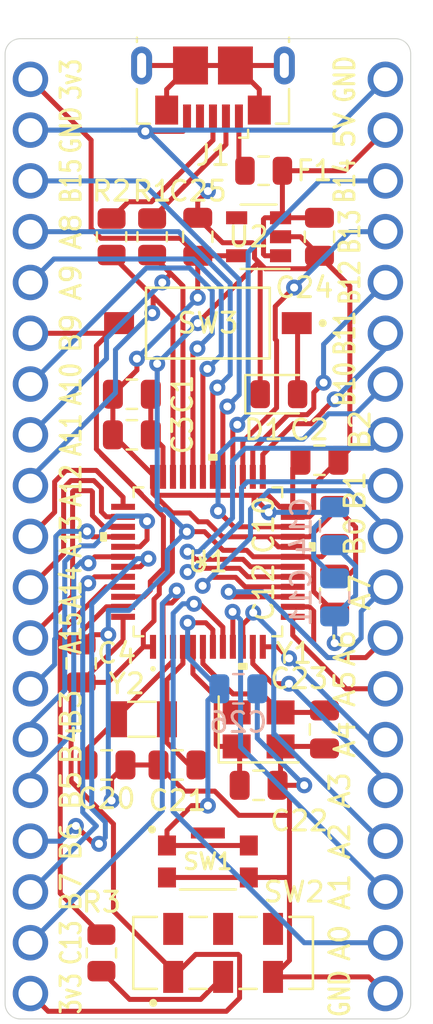
<source format=kicad_pcb>
(kicad_pcb (version 20171130) (host pcbnew "(5.1.10)-1")

  (general
    (thickness 1.6)
    (drawings 8)
    (tracks 533)
    (zones 0)
    (modules 66)
    (nets 50)
  )

  (page A4)
  (layers
    (0 F.Cu signal)
    (31 B.Cu signal)
    (32 B.Adhes user)
    (33 F.Adhes user)
    (34 B.Paste user)
    (35 F.Paste user)
    (36 B.SilkS user)
    (37 F.SilkS user)
    (38 B.Mask user)
    (39 F.Mask user)
    (40 Dwgs.User user hide)
    (41 Cmts.User user)
    (42 Eco1.User user)
    (43 Eco2.User user)
    (44 Edge.Cuts user)
    (45 Margin user)
    (46 B.CrtYd user)
    (47 F.CrtYd user)
    (48 B.Fab user)
    (49 F.Fab user hide)
  )

  (setup
    (last_trace_width 0.25)
    (trace_clearance 0.2)
    (zone_clearance 0.508)
    (zone_45_only no)
    (trace_min 0.2)
    (via_size 0.8)
    (via_drill 0.4)
    (via_min_size 0.4)
    (via_min_drill 0.3)
    (uvia_size 0.3)
    (uvia_drill 0.1)
    (uvias_allowed no)
    (uvia_min_size 0.2)
    (uvia_min_drill 0.1)
    (edge_width 0.05)
    (segment_width 0.2)
    (pcb_text_width 0.3)
    (pcb_text_size 1.5 1.5)
    (mod_edge_width 0.12)
    (mod_text_size 1 1)
    (mod_text_width 0.15)
    (pad_size 1.4 1.2)
    (pad_drill 0)
    (pad_to_mask_clearance 0)
    (aux_axis_origin 0 0)
    (visible_elements 7FFFFFFF)
    (pcbplotparams
      (layerselection 0x010fc_ffffffff)
      (usegerberextensions false)
      (usegerberattributes true)
      (usegerberadvancedattributes true)
      (creategerberjobfile true)
      (excludeedgelayer true)
      (linewidth 0.100000)
      (plotframeref false)
      (viasonmask false)
      (mode 1)
      (useauxorigin false)
      (hpglpennumber 1)
      (hpglpenspeed 20)
      (hpglpendiameter 15.000000)
      (psnegative false)
      (psa4output false)
      (plotreference true)
      (plotvalue true)
      (plotinvisibletext false)
      (padsonsilk false)
      (subtractmaskfromsilk false)
      (outputformat 1)
      (mirror false)
      (drillshape 0)
      (scaleselection 1)
      (outputdirectory ""))
  )

  (net 0 "")
  (net 1 +3V3)
  (net 2 +5V)
  (net 3 A0)
  (net 4 A1)
  (net 5 A2)
  (net 6 A3)
  (net 7 A4)
  (net 8 A5)
  (net 9 A6)
  (net 10 A7)
  (net 11 A8)
  (net 12 A9)
  (net 13 A10)
  (net 14 A11)
  (net 15 A12)
  (net 16 A13)
  (net 17 A14)
  (net 18 A15)
  (net 19 B0)
  (net 20 B1)
  (net 21 B2)
  (net 22 B3)
  (net 23 B4)
  (net 24 B5)
  (net 25 B6)
  (net 26 B7)
  (net 27 B9)
  (net 28 B10)
  (net 29 B11)
  (net 30 B12)
  (net 31 B13)
  (net 32 B14)
  (net 33 B15)
  (net 34 GND)
  (net 35 OSC32_IN)
  (net 36 OSC32_OUT)
  (net 37 OSC_IN)
  (net 38 OSC_OUT)
  (net 39 NRST)
  (net 40 "Net-(D1-Pad2)")
  (net 41 VCC)
  (net 42 "Net-(J1-Pad6)")
  (net 43 D+)
  (net 44 "Net-(J1-Pad4)")
  (net 45 D-)
  (net 46 C13)
  (net 47 BOOT0)
  (net 48 "Net-(R3-Pad1)")
  (net 49 "Net-(U2-Pad4)")

  (net_class Default "This is the default net class."
    (clearance 0.2)
    (trace_width 0.25)
    (via_dia 0.8)
    (via_drill 0.4)
    (uvia_dia 0.3)
    (uvia_drill 0.1)
    (add_net +3V3)
    (add_net +5V)
    (add_net A0)
    (add_net A1)
    (add_net A10)
    (add_net A11)
    (add_net A12)
    (add_net A13)
    (add_net A14)
    (add_net A15)
    (add_net A2)
    (add_net A3)
    (add_net A4)
    (add_net A5)
    (add_net A6)
    (add_net A7)
    (add_net A8)
    (add_net A9)
    (add_net B0)
    (add_net B1)
    (add_net B10)
    (add_net B11)
    (add_net B12)
    (add_net B13)
    (add_net B14)
    (add_net B15)
    (add_net B2)
    (add_net B3)
    (add_net B4)
    (add_net B5)
    (add_net B6)
    (add_net B7)
    (add_net B9)
    (add_net BOOT0)
    (add_net C13)
    (add_net D+)
    (add_net D-)
    (add_net GND)
    (add_net NRST)
    (add_net "Net-(D1-Pad2)")
    (add_net "Net-(J1-Pad4)")
    (add_net "Net-(J1-Pad6)")
    (add_net "Net-(R3-Pad1)")
    (add_net "Net-(U2-Pad4)")
    (add_net OSC32_IN)
    (add_net OSC32_OUT)
    (add_net OSC_IN)
    (add_net OSC_OUT)
    (add_net VCC)
  )

  (module TestPoint:TestPoint_THTPad_D1.775mm_Drill1.2mm (layer F.Cu) (tedit 61D4EF96) (tstamp 61D63155)
    (at 43.942 72.39)
    (path /61E09533)
    (fp_text reference 3v3 (at 2.032 0 90) (layer F.SilkS)
      (effects (font (size 1 0.762) (thickness 0.15)))
    )
    (fp_text value TestPoint (at 0 2.54) (layer F.Fab)
      (effects (font (size 1 1) (thickness 0.15)))
    )
    (fp_circle (center 0 0) (end 1.5 0) (layer F.CrtYd) (width 0.05))
    (pad 1 thru_hole circle (at 0 0) (size 1.775 1.775) (drill 1.2) (layers *.Cu *.Mask)
      (net 1 +3V3))
  )

  (module MCU_ST_STM32G4:STM32G441CBT6 (layer F.Cu) (tedit 0) (tstamp 61D57C57)
    (at 52.832 96.52 90)
    (path /61D3E474)
    (fp_text reference U1 (at 0 0 180) (layer F.SilkS)
      (effects (font (size 1 1) (thickness 0.15)))
    )
    (fp_text value LQFP48-7x7mm (at 1.524 0.254 180) (layer F.SilkS) hide
      (effects (font (size 1 1) (thickness 0.15)))
    )
    (fp_text user 0.012in/0.305mm (at -10.4349 -2.75 90) (layer Dwgs.User)
      (effects (font (size 1 1) (thickness 0.15)))
    )
    (fp_text user 0.047in/1.194mm (at 4.25 -7.298 90) (layer Dwgs.User)
      (effects (font (size 1 1) (thickness 0.15)))
    )
    (fp_text user 0.335in/8.5mm (at 11.7811 0 90) (layer Dwgs.User)
      (effects (font (size 1 1) (thickness 0.15)))
    )
    (fp_text user 0.335in/8.5mm (at 0 10.4349 90) (layer Dwgs.User)
      (effects (font (size 1 1) (thickness 0.15)))
    )
    (fp_text user 0.02in/0.5mm (at -7.894899 0 90) (layer Dwgs.User)
      (effects (font (size 1 1) (thickness 0.15)))
    )
    (fp_text user * (at 0 0 90) (layer F.Fab)
      (effects (font (size 1 1) (thickness 0.15)))
    )
    (fp_text user * (at 0 0 90) (layer F.SilkS)
      (effects (font (size 1 1) (thickness 0.15)))
    )
    (fp_text user "Copyright 2021 Accelerated Designs. All rights reserved." (at 0 0 90) (layer Cmts.User)
      (effects (font (size 0.127 0.127) (thickness 0.002)))
    )
    (fp_line (start -3.5941 -2.3241) (end -2.3241 -3.5941) (layer F.Fab) (width 0.1))
    (fp_line (start -3.7211 3.7211) (end -3.23514 3.7211) (layer F.SilkS) (width 0.12))
    (fp_line (start 3.7211 3.7211) (end 3.7211 3.23514) (layer F.SilkS) (width 0.12))
    (fp_line (start 3.7211 -3.7211) (end 3.23514 -3.7211) (layer F.SilkS) (width 0.12))
    (fp_line (start -3.7211 -3.7211) (end -3.7211 -3.23514) (layer F.SilkS) (width 0.12))
    (fp_line (start -3.5941 3.5941) (end 3.5941 3.5941) (layer F.Fab) (width 0.1))
    (fp_line (start 3.5941 3.5941) (end 3.5941 -3.5941) (layer F.Fab) (width 0.1))
    (fp_line (start 3.5941 -3.5941) (end -3.5941 -3.5941) (layer F.Fab) (width 0.1))
    (fp_line (start -3.5941 -3.5941) (end -3.5941 3.5941) (layer F.Fab) (width 0.1))
    (fp_line (start -3.7211 3.23514) (end -3.7211 3.7211) (layer F.SilkS) (width 0.12))
    (fp_line (start 3.23514 3.7211) (end 3.7211 3.7211) (layer F.SilkS) (width 0.12))
    (fp_line (start 3.7211 -3.23514) (end 3.7211 -3.7211) (layer F.SilkS) (width 0.12))
    (fp_line (start -3.23514 -3.7211) (end -3.7211 -3.7211) (layer F.SilkS) (width 0.12))
    (fp_poly (pts (xy -5.354899 1.559499) (xy -5.354899 1.940499) (xy -5.100899 1.940499) (xy -5.100899 1.559499)) (layer F.SilkS) (width 0.1))
    (fp_poly (pts (xy 0.559501 5.100899) (xy 0.559501 5.354899) (xy 0.940501 5.354899) (xy 0.940501 5.100899)) (layer F.SilkS) (width 0.1))
    (fp_poly (pts (xy 5.354899 0.059499) (xy 5.354899 0.4405) (xy 5.100899 0.4405) (xy 5.100899 0.059499)) (layer F.SilkS) (width 0.1))
    (fp_poly (pts (xy 1.0595 -5.100899) (xy 1.0595 -5.354899) (xy 1.4405 -5.354899) (xy 1.4405 -5.100899)) (layer F.SilkS) (width 0.1))
    (fp_line (start -3.8481 3.8481) (end -3.8481 3.258) (layer F.CrtYd) (width 0.05))
    (fp_line (start -3.8481 3.258) (end -5.1009 3.258) (layer F.CrtYd) (width 0.05))
    (fp_line (start -5.1009 3.258) (end -5.1009 -3.258) (layer F.CrtYd) (width 0.05))
    (fp_line (start -5.1009 -3.258) (end -3.8481 -3.258) (layer F.CrtYd) (width 0.05))
    (fp_line (start -3.8481 -3.258) (end -3.8481 -3.8481) (layer F.CrtYd) (width 0.05))
    (fp_line (start -3.8481 -3.8481) (end -3.258 -3.8481) (layer F.CrtYd) (width 0.05))
    (fp_line (start -3.258 -3.8481) (end -3.258 -5.1009) (layer F.CrtYd) (width 0.05))
    (fp_line (start -3.258 -5.1009) (end 3.258 -5.1009) (layer F.CrtYd) (width 0.05))
    (fp_line (start 3.258 -5.1009) (end 3.258 -3.8481) (layer F.CrtYd) (width 0.05))
    (fp_line (start 3.258 -3.8481) (end 3.8481 -3.8481) (layer F.CrtYd) (width 0.05))
    (fp_line (start 3.8481 -3.8481) (end 3.8481 -3.258) (layer F.CrtYd) (width 0.05))
    (fp_line (start 3.8481 -3.258) (end 5.1009 -3.258) (layer F.CrtYd) (width 0.05))
    (fp_line (start 5.1009 -3.258) (end 5.1009 3.258) (layer F.CrtYd) (width 0.05))
    (fp_line (start 5.1009 3.258) (end 3.8481 3.258) (layer F.CrtYd) (width 0.05))
    (fp_line (start 3.8481 3.258) (end 3.8481 3.8481) (layer F.CrtYd) (width 0.05))
    (fp_line (start 3.8481 3.8481) (end 3.258 3.8481) (layer F.CrtYd) (width 0.05))
    (fp_line (start 3.258 3.8481) (end 3.258 5.1009) (layer F.CrtYd) (width 0.05))
    (fp_line (start 3.258 5.1009) (end -3.258 5.1009) (layer F.CrtYd) (width 0.05))
    (fp_line (start -3.258 5.1009) (end -3.258 3.8481) (layer F.CrtYd) (width 0.05))
    (fp_line (start -3.258 3.8481) (end -3.8481 3.8481) (layer F.CrtYd) (width 0.05))
    (fp_circle (center -5.350901 -2.75) (end -5.274701 -2.75) (layer F.CrtYd) (width 0.05))
    (fp_circle (center -5.350901 -2.75) (end -5.274701 -2.75) (layer F.SilkS) (width 0.12))
    (fp_circle (center -3.0181 -2.75) (end -2.9419 -2.75) (layer F.Fab) (width 0.1))
    (pad 48 smd rect (at -2.75 -4.249999 180) (size 1.1938 0.3048) (layers F.Cu F.Paste F.Mask)
      (net 1 +3V3))
    (pad 47 smd rect (at -2.250001 -4.249999 180) (size 1.1938 0.3048) (layers F.Cu F.Paste F.Mask)
      (net 34 GND))
    (pad 46 smd rect (at -1.749999 -4.249999 180) (size 1.1938 0.3048) (layers F.Cu F.Paste F.Mask)
      (net 27 B9))
    (pad 45 smd rect (at -1.25 -4.249999 180) (size 1.1938 0.3048) (layers F.Cu F.Paste F.Mask)
      (net 47 BOOT0))
    (pad 44 smd rect (at -0.750001 -4.249999 180) (size 1.1938 0.3048) (layers F.Cu F.Paste F.Mask)
      (net 26 B7))
    (pad 43 smd rect (at -0.25 -4.249999 180) (size 1.1938 0.3048) (layers F.Cu F.Paste F.Mask)
      (net 25 B6))
    (pad 42 smd rect (at 0.25 -4.249999 180) (size 1.1938 0.3048) (layers F.Cu F.Paste F.Mask)
      (net 24 B5))
    (pad 41 smd rect (at 0.750001 -4.249999 180) (size 1.1938 0.3048) (layers F.Cu F.Paste F.Mask)
      (net 23 B4))
    (pad 40 smd rect (at 1.25 -4.249999 180) (size 1.1938 0.3048) (layers F.Cu F.Paste F.Mask)
      (net 22 B3))
    (pad 39 smd rect (at 1.749999 -4.249999 180) (size 1.1938 0.3048) (layers F.Cu F.Paste F.Mask)
      (net 18 A15))
    (pad 38 smd rect (at 2.250001 -4.249999 180) (size 1.1938 0.3048) (layers F.Cu F.Paste F.Mask)
      (net 17 A14))
    (pad 37 smd rect (at 2.75 -4.249999 180) (size 1.1938 0.3048) (layers F.Cu F.Paste F.Mask)
      (net 16 A13))
    (pad 36 smd rect (at 4.249999 -2.75 90) (size 1.1938 0.3048) (layers F.Cu F.Paste F.Mask)
      (net 1 +3V3))
    (pad 35 smd rect (at 4.249999 -2.250001 90) (size 1.1938 0.3048) (layers F.Cu F.Paste F.Mask)
      (net 34 GND))
    (pad 34 smd rect (at 4.249999 -1.749999 90) (size 1.1938 0.3048) (layers F.Cu F.Paste F.Mask)
      (net 15 A12))
    (pad 33 smd rect (at 4.249999 -1.25 90) (size 1.1938 0.3048) (layers F.Cu F.Paste F.Mask)
      (net 14 A11))
    (pad 32 smd rect (at 4.249999 -0.750001 90) (size 1.1938 0.3048) (layers F.Cu F.Paste F.Mask)
      (net 13 A10))
    (pad 31 smd rect (at 4.249999 -0.25 90) (size 1.1938 0.3048) (layers F.Cu F.Paste F.Mask)
      (net 12 A9))
    (pad 30 smd rect (at 4.249999 0.25 90) (size 1.1938 0.3048) (layers F.Cu F.Paste F.Mask)
      (net 11 A8))
    (pad 29 smd rect (at 4.249999 0.750001 90) (size 1.1938 0.3048) (layers F.Cu F.Paste F.Mask)
      (net 33 B15))
    (pad 28 smd rect (at 4.249999 1.25 90) (size 1.1938 0.3048) (layers F.Cu F.Paste F.Mask)
      (net 32 B14))
    (pad 27 smd rect (at 4.249999 1.749999 90) (size 1.1938 0.3048) (layers F.Cu F.Paste F.Mask)
      (net 31 B13))
    (pad 26 smd rect (at 4.249999 2.250001 90) (size 1.1938 0.3048) (layers F.Cu F.Paste F.Mask)
      (net 30 B12))
    (pad 25 smd rect (at 4.249999 2.75 90) (size 1.1938 0.3048) (layers F.Cu F.Paste F.Mask)
      (net 29 B11))
    (pad 24 smd rect (at 2.75 4.249999 180) (size 1.1938 0.3048) (layers F.Cu F.Paste F.Mask)
      (net 1 +3V3))
    (pad 23 smd rect (at 2.250001 4.249999 180) (size 1.1938 0.3048) (layers F.Cu F.Paste F.Mask)
      (net 34 GND))
    (pad 22 smd rect (at 1.749999 4.249999 180) (size 1.1938 0.3048) (layers F.Cu F.Paste F.Mask)
      (net 28 B10))
    (pad 21 smd rect (at 1.25 4.249999 180) (size 1.1938 0.3048) (layers F.Cu F.Paste F.Mask)
      (net 1 +3V3))
    (pad 20 smd rect (at 0.750001 4.249999 180) (size 1.1938 0.3048) (layers F.Cu F.Paste F.Mask)
      (net 1 +3V3))
    (pad 19 smd rect (at 0.25 4.249999 180) (size 1.1938 0.3048) (layers F.Cu F.Paste F.Mask)
      (net 34 GND))
    (pad 18 smd rect (at -0.25 4.249999 180) (size 1.1938 0.3048) (layers F.Cu F.Paste F.Mask)
      (net 21 B2))
    (pad 17 smd rect (at -0.750001 4.249999 180) (size 1.1938 0.3048) (layers F.Cu F.Paste F.Mask)
      (net 20 B1))
    (pad 16 smd rect (at -1.25 4.249999 180) (size 1.1938 0.3048) (layers F.Cu F.Paste F.Mask)
      (net 19 B0))
    (pad 15 smd rect (at -1.749999 4.249999 180) (size 1.1938 0.3048) (layers F.Cu F.Paste F.Mask)
      (net 10 A7))
    (pad 14 smd rect (at -2.250001 4.249999 180) (size 1.1938 0.3048) (layers F.Cu F.Paste F.Mask)
      (net 9 A6))
    (pad 13 smd rect (at -2.75 4.249999 180) (size 1.1938 0.3048) (layers F.Cu F.Paste F.Mask)
      (net 8 A5))
    (pad 12 smd rect (at -4.249999 2.75 90) (size 1.1938 0.3048) (layers F.Cu F.Paste F.Mask)
      (net 7 A4))
    (pad 11 smd rect (at -4.249999 2.250001 90) (size 1.1938 0.3048) (layers F.Cu F.Paste F.Mask)
      (net 6 A3))
    (pad 10 smd rect (at -4.249999 1.749999 90) (size 1.1938 0.3048) (layers F.Cu F.Paste F.Mask)
      (net 5 A2))
    (pad 9 smd rect (at -4.249999 1.25 90) (size 1.1938 0.3048) (layers F.Cu F.Paste F.Mask)
      (net 4 A1))
    (pad 8 smd rect (at -4.249999 0.750001 90) (size 1.1938 0.3048) (layers F.Cu F.Paste F.Mask)
      (net 3 A0))
    (pad 7 smd rect (at -4.249999 0.25 90) (size 1.1938 0.3048) (layers F.Cu F.Paste F.Mask)
      (net 39 NRST))
    (pad 6 smd rect (at -4.249999 -0.25 90) (size 1.1938 0.3048) (layers F.Cu F.Paste F.Mask)
      (net 38 OSC_OUT))
    (pad 5 smd rect (at -4.249999 -0.750001 90) (size 1.1938 0.3048) (layers F.Cu F.Paste F.Mask)
      (net 37 OSC_IN))
    (pad 4 smd rect (at -4.249999 -1.25 90) (size 1.1938 0.3048) (layers F.Cu F.Paste F.Mask)
      (net 36 OSC32_OUT))
    (pad 3 smd rect (at -4.249999 -1.749999 90) (size 1.1938 0.3048) (layers F.Cu F.Paste F.Mask)
      (net 35 OSC32_IN))
    (pad 2 smd rect (at -4.249999 -2.250001 90) (size 1.1938 0.3048) (layers F.Cu F.Paste F.Mask)
      (net 46 C13))
    (pad 1 smd rect (at -4.249999 -2.75 90) (size 1.1938 0.3048) (layers F.Cu F.Paste F.Mask)
      (net 1 +3V3))
  )

  (module Button_Switch_SMD:SW_DIP_SPSTx01_DS04-254-2-01BK-SMT (layer F.Cu) (tedit 61D4BE54) (tstamp 61D6302E)
    (at 52.832 84.582 180)
    (path /61D943C9)
    (fp_text reference SW3 (at 0 0) (layer F.SilkS)
      (effects (font (size 1 1) (thickness 0.15)))
    )
    (fp_text value SW_SPST (at 10.97 2.885) (layer F.Fab)
      (effects (font (size 1 1) (thickness 0.15)))
    )
    (fp_circle (center -5.75 0) (end -5.65 0) (layer F.Fab) (width 0.2))
    (fp_circle (center -5.75 0) (end -5.65 0) (layer F.SilkS) (width 0.2))
    (fp_line (start 5.45 -2.02) (end -5.45 -2.02) (layer F.CrtYd) (width 0.05))
    (fp_line (start 5.45 2.02) (end 5.45 -2.02) (layer F.CrtYd) (width 0.05))
    (fp_line (start -5.45 2.02) (end 5.45 2.02) (layer F.CrtYd) (width 0.05))
    (fp_line (start -5.45 -2.02) (end -5.45 2.02) (layer F.CrtYd) (width 0.05))
    (fp_line (start -3.1 1.77) (end -3.1 -1.77) (layer F.SilkS) (width 0.127))
    (fp_line (start 3.1 1.77) (end -3.1 1.77) (layer F.SilkS) (width 0.127))
    (fp_line (start 3.1 -1.77) (end 3.1 1.77) (layer F.SilkS) (width 0.127))
    (fp_line (start -3.1 -1.77) (end 3.1 -1.77) (layer F.SilkS) (width 0.127))
    (fp_line (start -3.1 1.77) (end -3.1 -1.77) (layer F.Fab) (width 0.127))
    (fp_line (start 3.1 1.77) (end -3.1 1.77) (layer F.Fab) (width 0.127))
    (fp_line (start 3.1 -1.77) (end 3.1 1.77) (layer F.Fab) (width 0.127))
    (fp_line (start -3.1 -1.77) (end 3.1 -1.77) (layer F.Fab) (width 0.127))
    (pad 2 smd rect (at 4.45 0 180) (size 1.5 1.1) (layers F.Cu F.Paste F.Mask)
      (net 27 B9))
    (pad 1 smd rect (at -4.45 0 180) (size 1.5 1.1) (layers F.Cu F.Paste F.Mask)
      (net 40 "Net-(D1-Pad2)"))
  )

  (module Crystal:Crystal_SMD_3215-2Pin_3.2x1.5mm (layer F.Cu) (tedit 5A0FD1B2) (tstamp 61D52C4B)
    (at 49.53 104.394 180)
    (descr "SMD Crystal FC-135 https://support.epson.biz/td/api/doc_check.php?dl=brief_FC-135R_en.pdf")
    (tags "SMD SMT Crystal")
    (path /61D4D0E5)
    (attr smd)
    (fp_text reference Y2 (at 0.762 1.778) (layer F.SilkS)
      (effects (font (size 1 1) (thickness 0.15)))
    )
    (fp_text value Crystal_Small (at 0 2) (layer F.Fab)
      (effects (font (size 1 1) (thickness 0.15)))
    )
    (fp_text user %R (at 0 -2) (layer F.Fab)
      (effects (font (size 1 1) (thickness 0.15)))
    )
    (fp_line (start -2 -1.15) (end 2 -1.15) (layer F.CrtYd) (width 0.05))
    (fp_line (start -1.6 -0.75) (end -1.6 0.75) (layer F.Fab) (width 0.1))
    (fp_line (start -0.675 0.875) (end 0.675 0.875) (layer F.SilkS) (width 0.12))
    (fp_line (start -0.675 -0.875) (end 0.675 -0.875) (layer F.SilkS) (width 0.12))
    (fp_line (start 1.6 -0.75) (end 1.6 0.75) (layer F.Fab) (width 0.1))
    (fp_line (start -1.6 -0.75) (end 1.6 -0.75) (layer F.Fab) (width 0.1))
    (fp_line (start -1.6 0.75) (end 1.6 0.75) (layer F.Fab) (width 0.1))
    (fp_line (start -2 1.15) (end 2 1.15) (layer F.CrtYd) (width 0.05))
    (fp_line (start -2 -1.15) (end -2 1.15) (layer F.CrtYd) (width 0.05))
    (fp_line (start 2 -1.15) (end 2 1.15) (layer F.CrtYd) (width 0.05))
    (pad 2 smd rect (at -1.25 0 180) (size 1 1.8) (layers F.Cu F.Paste F.Mask)
      (net 36 OSC32_OUT))
    (pad 1 smd rect (at 1.25 0 180) (size 1 1.8) (layers F.Cu F.Paste F.Mask)
      (net 35 OSC32_IN))
    (model ${KISYS3DMOD}/Crystal.3dshapes/Crystal_SMD_3215-2Pin_3.2x1.5mm.wrl
      (at (xyz 0 0 0))
      (scale (xyz 1 1 1))
      (rotate (xyz 0 0 0))
    )
  )

  (module Crystal:Crystal_SMD_3225-4Pin_3.2x2.5mm (layer F.Cu) (tedit 5A0FD1B2) (tstamp 61D58C48)
    (at 55.372 104.902)
    (descr "SMD Crystal SERIES SMD3225/4 http://www.txccrystal.com/images/pdf/7m-accuracy.pdf, 3.2x2.5mm^2 package")
    (tags "SMD SMT crystal")
    (path /61E59046)
    (attr smd)
    (fp_text reference Y1 (at 1.778 -3.81) (layer F.SilkS)
      (effects (font (size 1 1) (thickness 0.15)))
    )
    (fp_text value Crystal_GND24_Small (at 0 2.45) (layer F.Fab)
      (effects (font (size 1 1) (thickness 0.15)))
    )
    (fp_text user %R (at 0 0) (layer F.Fab)
      (effects (font (size 0.7 0.7) (thickness 0.105)))
    )
    (fp_line (start -1.6 -1.25) (end -1.6 1.25) (layer F.Fab) (width 0.1))
    (fp_line (start -1.6 1.25) (end 1.6 1.25) (layer F.Fab) (width 0.1))
    (fp_line (start 1.6 1.25) (end 1.6 -1.25) (layer F.Fab) (width 0.1))
    (fp_line (start 1.6 -1.25) (end -1.6 -1.25) (layer F.Fab) (width 0.1))
    (fp_line (start -1.6 0.25) (end -0.6 1.25) (layer F.Fab) (width 0.1))
    (fp_line (start -2 -1.65) (end -2 1.65) (layer F.SilkS) (width 0.12))
    (fp_line (start -2 1.65) (end 2 1.65) (layer F.SilkS) (width 0.12))
    (fp_line (start -2.1 -1.7) (end -2.1 1.7) (layer F.CrtYd) (width 0.05))
    (fp_line (start -2.1 1.7) (end 2.1 1.7) (layer F.CrtYd) (width 0.05))
    (fp_line (start 2.1 1.7) (end 2.1 -1.7) (layer F.CrtYd) (width 0.05))
    (fp_line (start 2.1 -1.7) (end -2.1 -1.7) (layer F.CrtYd) (width 0.05))
    (pad 4 smd rect (at -1.1 -0.85) (size 1.4 1.2) (layers F.Cu F.Paste F.Mask)
      (net 34 GND))
    (pad 3 smd rect (at 1.1 -0.85) (size 1.4 1.2) (layers F.Cu F.Paste F.Mask)
      (net 38 OSC_OUT))
    (pad 2 smd rect (at 1.1 0.85) (size 1.4 1.2) (layers F.Cu F.Paste F.Mask)
      (net 34 GND))
    (pad 1 smd rect (at -1.1 0.85) (size 1.4 1.2) (layers F.Cu F.Paste F.Mask)
      (net 37 OSC_IN))
    (model ${KISYS3DMOD}/Crystal.3dshapes/Crystal_SMD_3225-4Pin_3.2x2.5mm.wrl
      (at (xyz 0 0 0))
      (scale (xyz 1 1 1))
      (rotate (xyz 0 0 0))
    )
  )

  (module Package_TO_SOT_SMD:SOT-23-5 (layer F.Cu) (tedit 5A02FF57) (tstamp 61D52C26)
    (at 55.372 80.264 180)
    (descr "5-pin SOT23 package")
    (tags SOT-23-5)
    (path /61D723CA)
    (attr smd)
    (fp_text reference U2 (at 0.508 0) (layer F.SilkS)
      (effects (font (size 1 1) (thickness 0.15)))
    )
    (fp_text value TPS73133DBV (at 0 2.9) (layer F.Fab)
      (effects (font (size 1 1) (thickness 0.15)))
    )
    (fp_text user %R (at 0 0 90) (layer F.Fab)
      (effects (font (size 0.5 0.5) (thickness 0.075)))
    )
    (fp_line (start -0.9 1.61) (end 0.9 1.61) (layer F.SilkS) (width 0.12))
    (fp_line (start 0.9 -1.61) (end -1.55 -1.61) (layer F.SilkS) (width 0.12))
    (fp_line (start -1.9 -1.8) (end 1.9 -1.8) (layer F.CrtYd) (width 0.05))
    (fp_line (start 1.9 -1.8) (end 1.9 1.8) (layer F.CrtYd) (width 0.05))
    (fp_line (start 1.9 1.8) (end -1.9 1.8) (layer F.CrtYd) (width 0.05))
    (fp_line (start -1.9 1.8) (end -1.9 -1.8) (layer F.CrtYd) (width 0.05))
    (fp_line (start -0.9 -0.9) (end -0.25 -1.55) (layer F.Fab) (width 0.1))
    (fp_line (start 0.9 -1.55) (end -0.25 -1.55) (layer F.Fab) (width 0.1))
    (fp_line (start -0.9 -0.9) (end -0.9 1.55) (layer F.Fab) (width 0.1))
    (fp_line (start 0.9 1.55) (end -0.9 1.55) (layer F.Fab) (width 0.1))
    (fp_line (start 0.9 -1.55) (end 0.9 1.55) (layer F.Fab) (width 0.1))
    (pad 5 smd rect (at 1.1 -0.95 180) (size 1.06 0.65) (layers F.Cu F.Paste F.Mask)
      (net 1 +3V3))
    (pad 4 smd rect (at 1.1 0.95 180) (size 1.06 0.65) (layers F.Cu F.Paste F.Mask)
      (net 49 "Net-(U2-Pad4)"))
    (pad 3 smd rect (at -1.1 0.95 180) (size 1.06 0.65) (layers F.Cu F.Paste F.Mask)
      (net 2 +5V))
    (pad 2 smd rect (at -1.1 0 180) (size 1.06 0.65) (layers F.Cu F.Paste F.Mask)
      (net 34 GND))
    (pad 1 smd rect (at -1.1 -0.95 180) (size 1.06 0.65) (layers F.Cu F.Paste F.Mask)
      (net 2 +5V))
    (model ${KISYS3DMOD}/Package_TO_SOT_SMD.3dshapes/SOT-23-5.wrl
      (at (xyz 0 0 0))
      (scale (xyz 1 1 1))
      (rotate (xyz 0 0 0))
    )
  )

  (module Button_Switch_SMD:SW_SPDT_JS202011JCQN (layer F.Cu) (tedit 61D4B60F) (tstamp 61D63107)
    (at 53.594 116.078 90)
    (path /61D6029B)
    (fp_text reference SW2 (at 3.048 3.556 180) (layer F.SilkS)
      (effects (font (size 1 1) (thickness 0.15)))
    )
    (fp_text value SW_SPDT (at 7.025 5.635 90) (layer F.Fab)
      (effects (font (size 1 1) (thickness 0.15)))
    )
    (fp_line (start 1.8 -4.5) (end 1.8 4.5) (layer F.Fab) (width 0.127))
    (fp_line (start 1.8 4.5) (end -1.8 4.5) (layer F.Fab) (width 0.127))
    (fp_line (start -1.8 4.5) (end -1.8 -4.5) (layer F.Fab) (width 0.127))
    (fp_line (start -1.8 -4.5) (end 1.8 -4.5) (layer F.Fab) (width 0.127))
    (fp_line (start 1.8 -4.5) (end 1.8 -3.32) (layer F.SilkS) (width 0.127))
    (fp_line (start 1.8 3.32) (end 1.8 4.5) (layer F.SilkS) (width 0.127))
    (fp_line (start 1.8 4.5) (end -1.8 4.5) (layer F.SilkS) (width 0.127))
    (fp_line (start -1.8 4.5) (end -1.8 3.32) (layer F.SilkS) (width 0.127))
    (fp_line (start -1.8 -3.32) (end -1.8 -4.5) (layer F.SilkS) (width 0.127))
    (fp_line (start -1.8 -4.5) (end 1.8 -4.5) (layer F.SilkS) (width 0.127))
    (fp_line (start 2.25 -4.75) (end 2.25 4.75) (layer F.CrtYd) (width 0.05))
    (fp_line (start 2.25 4.75) (end -2.25 4.75) (layer F.CrtYd) (width 0.05))
    (fp_line (start -2.25 4.75) (end -2.25 -4.75) (layer F.CrtYd) (width 0.05))
    (fp_line (start -2.25 -4.75) (end 2.25 -4.75) (layer F.CrtYd) (width 0.05))
    (fp_circle (center -2.5 -3.5) (end -2.4 -3.5) (layer F.SilkS) (width 0.2))
    (fp_circle (center -2.5 -3.5) (end -2.4 -3.5) (layer F.Fab) (width 0.2))
    (fp_line (start -1.8 -0.82) (end -1.8 -1.68) (layer F.SilkS) (width 0.127))
    (fp_line (start 1.8 -1.68) (end 1.8 -0.82) (layer F.SilkS) (width 0.127))
    (fp_line (start -1.8 1.68) (end -1.8 0.82) (layer F.SilkS) (width 0.127))
    (fp_line (start 1.8 0.82) (end 1.8 1.68) (layer F.SilkS) (width 0.127))
    (pad 7 smd rect (at 1.2 2.5 90) (size 1.6 1) (layers F.Cu F.Paste F.Mask))
    (pad 6 smd rect (at 1.2 0 90) (size 1.6 1) (layers F.Cu F.Paste F.Mask))
    (pad 5 smd rect (at 1.2 -2.5 90) (size 1.6 1) (layers F.Cu F.Paste F.Mask))
    (pad 3 smd rect (at -1.2 2.5 90) (size 1.6 1) (layers F.Cu F.Paste F.Mask)
      (net 34 GND))
    (pad 2 smd rect (at -1.2 0 90) (size 1.6 1) (layers F.Cu F.Paste F.Mask)
      (net 48 "Net-(R3-Pad1)"))
    (pad 1 smd rect (at -1.2 -2.5 90) (size 1.6 1) (layers F.Cu F.Paste F.Mask)
      (net 1 +3V3))
  )

  (module Button_Switch_SMD:SW_Push_KMR421GULCLFS (layer F.Cu) (tedit 61D4BE9C) (tstamp 61D6308B)
    (at 52.832 111.506)
    (path /61D496F5)
    (fp_text reference SW1 (at 0 0) (layer F.SilkS)
      (effects (font (size 0.801835 0.801835) (thickness 0.15)))
    )
    (fp_text value SW_Push (at 5.83935 2.49687) (layer F.Fab)
      (effects (font (size 0.801559 0.801559) (thickness 0.15)))
    )
    (fp_line (start -2.75 1.65) (end -2.75 -2) (layer F.CrtYd) (width 0.05))
    (fp_line (start 2.75 1.65) (end -2.75 1.65) (layer F.CrtYd) (width 0.05))
    (fp_line (start 2.75 -2) (end 2.75 1.65) (layer F.CrtYd) (width 0.05))
    (fp_line (start -2.75 -2) (end 2.75 -2) (layer F.CrtYd) (width 0.05))
    (fp_line (start -1.4 1.4) (end 1.4 1.4) (layer F.SilkS) (width 0.127))
    (fp_circle (center -2.8 -1.6) (end -2.7 -1.6) (layer F.SilkS) (width 0.2))
    (fp_line (start -2.1 1.4) (end -2.1 -1.4) (layer F.Fab) (width 0.127))
    (fp_line (start 2.1 1.4) (end -2.1 1.4) (layer F.Fab) (width 0.127))
    (fp_line (start 2.1 -1.4) (end 2.1 1.4) (layer F.Fab) (width 0.127))
    (fp_line (start -2.1 -1.4) (end 2.1 -1.4) (layer F.Fab) (width 0.127))
    (pad 1 smd rect (at 2.05 -0.8) (size 0.9 1) (layers F.Cu F.Paste F.Mask)
      (net 39 NRST))
    (pad 2 smd rect (at 2.05 0.8) (size 0.9 1) (layers F.Cu F.Paste F.Mask)
      (net 34 GND))
    (pad 2 smd rect (at -2.05 0.8) (size 0.9 1) (layers F.Cu F.Paste F.Mask)
      (net 34 GND))
    (pad 1 smd rect (at -2.05 -0.8) (size 0.9 1) (layers F.Cu F.Paste F.Mask)
      (net 39 NRST))
    (pad 3 smd rect (at 0 -1.425) (size 1.7 0.55) (layers F.Cu F.Paste F.Mask))
  )

  (module Resistor_SMD:R_0805_2012Metric (layer F.Cu) (tedit 5F68FEEE) (tstamp 61D547A3)
    (at 47.498 116.078 90)
    (descr "Resistor SMD 0805 (2012 Metric), square (rectangular) end terminal, IPC_7351 nominal, (Body size source: IPC-SM-782 page 72, https://www.pcb-3d.com/wordpress/wp-content/uploads/ipc-sm-782a_amendment_1_and_2.pdf), generated with kicad-footprint-generator")
    (tags resistor)
    (path /61D61459)
    (attr smd)
    (fp_text reference R3 (at 2.54 0 180) (layer F.SilkS)
      (effects (font (size 1 1) (thickness 0.15)))
    )
    (fp_text value 10k (at 0 1.65 90) (layer F.Fab)
      (effects (font (size 1 1) (thickness 0.15)))
    )
    (fp_text user %R (at 0 0 90) (layer F.Fab)
      (effects (font (size 0.5 0.5) (thickness 0.08)))
    )
    (fp_line (start -1 0.625) (end -1 -0.625) (layer F.Fab) (width 0.1))
    (fp_line (start -1 -0.625) (end 1 -0.625) (layer F.Fab) (width 0.1))
    (fp_line (start 1 -0.625) (end 1 0.625) (layer F.Fab) (width 0.1))
    (fp_line (start 1 0.625) (end -1 0.625) (layer F.Fab) (width 0.1))
    (fp_line (start -0.227064 -0.735) (end 0.227064 -0.735) (layer F.SilkS) (width 0.12))
    (fp_line (start -0.227064 0.735) (end 0.227064 0.735) (layer F.SilkS) (width 0.12))
    (fp_line (start -1.68 0.95) (end -1.68 -0.95) (layer F.CrtYd) (width 0.05))
    (fp_line (start -1.68 -0.95) (end 1.68 -0.95) (layer F.CrtYd) (width 0.05))
    (fp_line (start 1.68 -0.95) (end 1.68 0.95) (layer F.CrtYd) (width 0.05))
    (fp_line (start 1.68 0.95) (end -1.68 0.95) (layer F.CrtYd) (width 0.05))
    (pad 2 smd roundrect (at 0.9125 0 90) (size 1.025 1.4) (layers F.Cu F.Paste F.Mask) (roundrect_rratio 0.2439014634146341)
      (net 47 BOOT0))
    (pad 1 smd roundrect (at -0.9125 0 90) (size 1.025 1.4) (layers F.Cu F.Paste F.Mask) (roundrect_rratio 0.2439014634146341)
      (net 48 "Net-(R3-Pad1)"))
    (model ${KISYS3DMOD}/Resistor_SMD.3dshapes/R_0805_2012Metric.wrl
      (at (xyz 0 0 0))
      (scale (xyz 1 1 1))
      (rotate (xyz 0 0 0))
    )
  )

  (module Resistor_SMD:R_0805_2012Metric (layer F.Cu) (tedit 5F68FEEE) (tstamp 61D52B57)
    (at 48.006 80.264 90)
    (descr "Resistor SMD 0805 (2012 Metric), square (rectangular) end terminal, IPC_7351 nominal, (Body size source: IPC-SM-782 page 72, https://www.pcb-3d.com/wordpress/wp-content/uploads/ipc-sm-782a_amendment_1_and_2.pdf), generated with kicad-footprint-generator")
    (tags resistor)
    (path /61D667BF)
    (attr smd)
    (fp_text reference R2 (at 2.286 0 180) (layer F.SilkS)
      (effects (font (size 1 1) (thickness 0.15)))
    )
    (fp_text value 22R (at 0 1.65 90) (layer F.Fab)
      (effects (font (size 1 1) (thickness 0.15)))
    )
    (fp_text user %R (at 0 0 90) (layer F.Fab)
      (effects (font (size 0.5 0.5) (thickness 0.08)))
    )
    (fp_line (start -1 0.625) (end -1 -0.625) (layer F.Fab) (width 0.1))
    (fp_line (start -1 -0.625) (end 1 -0.625) (layer F.Fab) (width 0.1))
    (fp_line (start 1 -0.625) (end 1 0.625) (layer F.Fab) (width 0.1))
    (fp_line (start 1 0.625) (end -1 0.625) (layer F.Fab) (width 0.1))
    (fp_line (start -0.227064 -0.735) (end 0.227064 -0.735) (layer F.SilkS) (width 0.12))
    (fp_line (start -0.227064 0.735) (end 0.227064 0.735) (layer F.SilkS) (width 0.12))
    (fp_line (start -1.68 0.95) (end -1.68 -0.95) (layer F.CrtYd) (width 0.05))
    (fp_line (start -1.68 -0.95) (end 1.68 -0.95) (layer F.CrtYd) (width 0.05))
    (fp_line (start 1.68 -0.95) (end 1.68 0.95) (layer F.CrtYd) (width 0.05))
    (fp_line (start 1.68 0.95) (end -1.68 0.95) (layer F.CrtYd) (width 0.05))
    (pad 2 smd roundrect (at 0.9125 0 90) (size 1.025 1.4) (layers F.Cu F.Paste F.Mask) (roundrect_rratio 0.2439014634146341)
      (net 43 D+))
    (pad 1 smd roundrect (at -0.9125 0 90) (size 1.025 1.4) (layers F.Cu F.Paste F.Mask) (roundrect_rratio 0.2439014634146341)
      (net 15 A12))
    (model ${KISYS3DMOD}/Resistor_SMD.3dshapes/R_0805_2012Metric.wrl
      (at (xyz 0 0 0))
      (scale (xyz 1 1 1))
      (rotate (xyz 0 0 0))
    )
  )

  (module Resistor_SMD:R_0805_2012Metric (layer F.Cu) (tedit 5F68FEEE) (tstamp 61D52B46)
    (at 50.038 80.264 90)
    (descr "Resistor SMD 0805 (2012 Metric), square (rectangular) end terminal, IPC_7351 nominal, (Body size source: IPC-SM-782 page 72, https://www.pcb-3d.com/wordpress/wp-content/uploads/ipc-sm-782a_amendment_1_and_2.pdf), generated with kicad-footprint-generator")
    (tags resistor)
    (path /61D64BBD)
    (attr smd)
    (fp_text reference R1 (at 2.286 0 180) (layer F.SilkS)
      (effects (font (size 1 1) (thickness 0.15)))
    )
    (fp_text value 22R (at 0 1.65 90) (layer F.Fab)
      (effects (font (size 1 1) (thickness 0.15)))
    )
    (fp_text user %R (at 0 0 90) (layer F.Fab)
      (effects (font (size 0.5 0.5) (thickness 0.08)))
    )
    (fp_line (start -1 0.625) (end -1 -0.625) (layer F.Fab) (width 0.1))
    (fp_line (start -1 -0.625) (end 1 -0.625) (layer F.Fab) (width 0.1))
    (fp_line (start 1 -0.625) (end 1 0.625) (layer F.Fab) (width 0.1))
    (fp_line (start 1 0.625) (end -1 0.625) (layer F.Fab) (width 0.1))
    (fp_line (start -0.227064 -0.735) (end 0.227064 -0.735) (layer F.SilkS) (width 0.12))
    (fp_line (start -0.227064 0.735) (end 0.227064 0.735) (layer F.SilkS) (width 0.12))
    (fp_line (start -1.68 0.95) (end -1.68 -0.95) (layer F.CrtYd) (width 0.05))
    (fp_line (start -1.68 -0.95) (end 1.68 -0.95) (layer F.CrtYd) (width 0.05))
    (fp_line (start 1.68 -0.95) (end 1.68 0.95) (layer F.CrtYd) (width 0.05))
    (fp_line (start 1.68 0.95) (end -1.68 0.95) (layer F.CrtYd) (width 0.05))
    (pad 2 smd roundrect (at 0.9125 0 90) (size 1.025 1.4) (layers F.Cu F.Paste F.Mask) (roundrect_rratio 0.2439014634146341)
      (net 45 D-))
    (pad 1 smd roundrect (at -0.9125 0 90) (size 1.025 1.4) (layers F.Cu F.Paste F.Mask) (roundrect_rratio 0.2439014634146341)
      (net 14 A11))
    (model ${KISYS3DMOD}/Resistor_SMD.3dshapes/R_0805_2012Metric.wrl
      (at (xyz 0 0 0))
      (scale (xyz 1 1 1))
      (rotate (xyz 0 0 0))
    )
  )

  (module TestPoint:TestPoint_THTPad_D1.775mm_Drill1.2mm (layer F.Cu) (tedit 61D4EF96) (tstamp 61D56C5E)
    (at 43.942 115.57)
    (path /61E08906)
    (fp_text reference C13 (at 2.032 0 90) (layer F.SilkS)
      (effects (font (size 1 0.762) (thickness 0.15)))
    )
    (fp_text value TestPoint (at 0 2.54) (layer F.Fab)
      (effects (font (size 1 1) (thickness 0.15)))
    )
    (fp_circle (center 0 0) (end 1.5 0) (layer F.CrtYd) (width 0.05))
    (pad 1 thru_hole circle (at 0 0) (size 1.775 1.775) (drill 1.2) (layers *.Cu *.Mask)
      (net 46 C13))
  )

  (module Connector_USB:USB_Micro-B_GCT_USB3076-30-A (layer F.Cu) (tedit 5A170D03) (tstamp 61D62F94)
    (at 53.086 72.898 180)
    (descr "GCT Micro USB https://gct.co/files/drawings/usb3076.pdf")
    (tags "Micro-USB SMD Typ-B GCT")
    (path /61D6929C)
    (attr smd)
    (fp_text reference J1 (at 0 -3.3) (layer F.SilkS)
      (effects (font (size 1 1) (thickness 0.15)))
    )
    (fp_text value USB_B_Micro (at 0 5.2) (layer F.Fab)
      (effects (font (size 1 1) (thickness 0.15)))
    )
    (fp_text user %R (at 0 0.85) (layer F.Fab)
      (effects (font (size 1 1) (thickness 0.15)))
    )
    (fp_text user "PCB Edge" (at 0 2.65) (layer Dwgs.User)
      (effects (font (size 0.5 0.5) (thickness 0.08)))
    )
    (fp_line (start -4.6 4.45) (end 4.6 4.45) (layer F.CrtYd) (width 0.05))
    (fp_line (start 4.6 -2.65) (end 4.6 4.45) (layer F.CrtYd) (width 0.05))
    (fp_line (start -4.6 -2.65) (end 4.6 -2.65) (layer F.CrtYd) (width 0.05))
    (fp_line (start -4.6 4.45) (end -4.6 -2.65) (layer F.CrtYd) (width 0.05))
    (fp_line (start -3.81 -1.71) (end -3.15 -1.71) (layer F.SilkS) (width 0.12))
    (fp_line (start -3.81 0.02) (end -3.81 -1.71) (layer F.SilkS) (width 0.12))
    (fp_line (start 3.81 2.59) (end 3.81 2.38) (layer F.SilkS) (width 0.12))
    (fp_line (start 3.7 3.95) (end 3.7 -1.6) (layer F.Fab) (width 0.1))
    (fp_line (start -3 2.65) (end 3 2.65) (layer F.Fab) (width 0.1))
    (fp_line (start -3.7 3.95) (end 3.7 3.95) (layer F.Fab) (width 0.1))
    (fp_line (start -3.7 -1.6) (end 3.7 -1.6) (layer F.Fab) (width 0.1))
    (fp_line (start -3.7 3.95) (end -3.7 -1.6) (layer F.Fab) (width 0.1))
    (fp_line (start -3.81 2.59) (end -3.81 2.38) (layer F.SilkS) (width 0.12))
    (fp_line (start 3.81 0.02) (end 3.81 -1.71) (layer F.SilkS) (width 0.12))
    (fp_line (start 3.81 -1.71) (end 3.16 -1.71) (layer F.SilkS) (width 0.12))
    (fp_line (start -1.76 -2.41) (end -1.31 -2.41) (layer F.SilkS) (width 0.12))
    (fp_line (start -1.76 -2.41) (end -1.76 -2.02) (layer F.SilkS) (width 0.12))
    (fp_line (start -1.3 -1.75) (end -1.5 -1.95) (layer F.Fab) (width 0.1))
    (fp_line (start -1.1 -1.95) (end -1.3 -1.75) (layer F.Fab) (width 0.1))
    (fp_line (start -1.5 -2.16) (end -1.1 -2.16) (layer F.Fab) (width 0.1))
    (fp_line (start -1.5 -2.16) (end -1.5 -1.95) (layer F.Fab) (width 0.1))
    (fp_line (start -1.1 -2.16) (end -1.1 -1.95) (layer F.Fab) (width 0.1))
    (pad 6 smd rect (at -2.32 -1.03 180) (size 1.15 1.45) (layers F.Cu F.Paste F.Mask)
      (net 42 "Net-(J1-Pad6)"))
    (pad 6 smd rect (at 2.32 -1.03 180) (size 1.15 1.45) (layers F.Cu F.Paste F.Mask)
      (net 42 "Net-(J1-Pad6)"))
    (pad 6 thru_hole oval (at 3.575 1.2 180) (size 1.05 1.9) (drill oval 0.45 1.25) (layers *.Cu *.Mask)
      (net 42 "Net-(J1-Pad6)"))
    (pad 6 thru_hole oval (at -3.575 1.2) (size 1.05 1.9) (drill oval 0.45 1.25) (layers *.Cu *.Mask)
      (net 42 "Net-(J1-Pad6)"))
    (pad 6 smd rect (at -1.125 1.2 180) (size 1.75 1.9) (layers F.Cu F.Paste F.Mask)
      (net 42 "Net-(J1-Pad6)"))
    (pad 3 smd rect (at 0 -1.45 180) (size 0.4 1.4) (layers F.Cu F.Paste F.Mask)
      (net 43 D+))
    (pad 4 smd rect (at 0.65 -1.45 180) (size 0.4 1.4) (layers F.Cu F.Paste F.Mask)
      (net 44 "Net-(J1-Pad4)"))
    (pad 5 smd rect (at 1.3 -1.45 180) (size 0.4 1.4) (layers F.Cu F.Paste F.Mask)
      (net 34 GND))
    (pad 1 smd rect (at -1.3 -1.45 180) (size 0.4 1.4) (layers F.Cu F.Paste F.Mask)
      (net 41 VCC))
    (pad 2 smd rect (at -0.65 -1.45 180) (size 0.4 1.4) (layers F.Cu F.Paste F.Mask)
      (net 45 D-))
    (pad 6 smd rect (at 1.125 1.2 180) (size 1.75 1.9) (layers F.Cu F.Paste F.Mask)
      (net 42 "Net-(J1-Pad6)"))
    (model ${KISYS3DMOD}/Connector_USB.3dshapes/USB_Micro-B_GCT_USB3076-30-A.wrl
      (at (xyz 0 0 0))
      (scale (xyz 1 1 1))
      (rotate (xyz 0 0 0))
    )
  )

  (module TestPoint:TestPoint_THTPad_D1.775mm_Drill1.2mm (layer F.Cu) (tedit 61D4EF96) (tstamp 61D52B08)
    (at 61.722 72.39)
    (path /61E0A777)
    (fp_text reference GND (at -2.032 0 90) (layer F.SilkS)
      (effects (font (size 1 0.762) (thickness 0.15)))
    )
    (fp_text value TestPoint (at 0 2.54) (layer F.Fab)
      (effects (font (size 1 1) (thickness 0.15)))
    )
    (fp_circle (center 0 0) (end 1.5 0) (layer F.CrtYd) (width 0.05))
    (pad 1 thru_hole circle (at 0 0) (size 1.775 1.775) (drill 1.2) (layers *.Cu *.Mask)
      (net 34 GND))
  )

  (module TestPoint:TestPoint_THTPad_D1.775mm_Drill1.2mm (layer F.Cu) (tedit 61D4EF96) (tstamp 61D52B02)
    (at 61.722 118.11)
    (path /61E0A771)
    (fp_text reference GND (at -2.286 0 90) (layer F.SilkS)
      (effects (font (size 1 0.762) (thickness 0.15)))
    )
    (fp_text value TestPoint (at 0 2.54) (layer F.Fab)
      (effects (font (size 1 1) (thickness 0.15)))
    )
    (fp_circle (center 0 0) (end 1.5 0) (layer F.CrtYd) (width 0.05))
    (pad 1 thru_hole circle (at 0 0) (size 1.775 1.775) (drill 1.2) (layers *.Cu *.Mask)
      (net 34 GND))
  )

  (module TestPoint:TestPoint_THTPad_D1.775mm_Drill1.2mm (layer F.Cu) (tedit 61D4EF96) (tstamp 61D52AFC)
    (at 43.942 74.93)
    (path /61E0A76B)
    (fp_text reference GND (at 2.032 0 90) (layer F.SilkS)
      (effects (font (size 1 0.762) (thickness 0.15)))
    )
    (fp_text value TestPoint (at 0 2.54) (layer F.Fab)
      (effects (font (size 1 1) (thickness 0.15)))
    )
    (fp_circle (center 0 0) (end 1.5 0) (layer F.CrtYd) (width 0.05))
    (pad 1 thru_hole circle (at 0 0) (size 1.775 1.775) (drill 1.2) (layers *.Cu *.Mask)
      (net 34 GND))
  )

  (module Fuse:Fuse_0805_2012Metric (layer F.Cu) (tedit 5F68FEF1) (tstamp 61D52AF6)
    (at 55.626 76.962 180)
    (descr "Fuse SMD 0805 (2012 Metric), square (rectangular) end terminal, IPC_7351 nominal, (Body size source: https://docs.google.com/spreadsheets/d/1BsfQQcO9C6DZCsRaXUlFlo91Tg2WpOkGARC1WS5S8t0/edit?usp=sharing), generated with kicad-footprint-generator")
    (tags fuse)
    (path /61D6F5E4)
    (attr smd)
    (fp_text reference F1 (at -2.54 0) (layer F.SilkS)
      (effects (font (size 1 1) (thickness 0.15)))
    )
    (fp_text value Fuse_Small (at 0 1.65) (layer F.Fab)
      (effects (font (size 1 1) (thickness 0.15)))
    )
    (fp_text user %R (at 0 0) (layer F.Fab)
      (effects (font (size 0.5 0.5) (thickness 0.08)))
    )
    (fp_line (start -1 0.6) (end -1 -0.6) (layer F.Fab) (width 0.1))
    (fp_line (start -1 -0.6) (end 1 -0.6) (layer F.Fab) (width 0.1))
    (fp_line (start 1 -0.6) (end 1 0.6) (layer F.Fab) (width 0.1))
    (fp_line (start 1 0.6) (end -1 0.6) (layer F.Fab) (width 0.1))
    (fp_line (start -0.258578 -0.71) (end 0.258578 -0.71) (layer F.SilkS) (width 0.12))
    (fp_line (start -0.258578 0.71) (end 0.258578 0.71) (layer F.SilkS) (width 0.12))
    (fp_line (start -1.68 0.95) (end -1.68 -0.95) (layer F.CrtYd) (width 0.05))
    (fp_line (start -1.68 -0.95) (end 1.68 -0.95) (layer F.CrtYd) (width 0.05))
    (fp_line (start 1.68 -0.95) (end 1.68 0.95) (layer F.CrtYd) (width 0.05))
    (fp_line (start 1.68 0.95) (end -1.68 0.95) (layer F.CrtYd) (width 0.05))
    (pad 2 smd roundrect (at 0.9375 0 180) (size 0.975 1.4) (layers F.Cu F.Paste F.Mask) (roundrect_rratio 0.25)
      (net 41 VCC))
    (pad 1 smd roundrect (at -0.9375 0 180) (size 0.975 1.4) (layers F.Cu F.Paste F.Mask) (roundrect_rratio 0.25)
      (net 2 +5V))
    (model ${KISYS3DMOD}/Fuse.3dshapes/Fuse_0805_2012Metric.wrl
      (at (xyz 0 0 0))
      (scale (xyz 1 1 1))
      (rotate (xyz 0 0 0))
    )
  )

  (module LED_SMD:LED_0805_2012Metric (layer F.Cu) (tedit 5F68FEF1) (tstamp 61D52AE5)
    (at 56.388 88.138)
    (descr "LED SMD 0805 (2012 Metric), square (rectangular) end terminal, IPC_7351 nominal, (Body size source: https://docs.google.com/spreadsheets/d/1BsfQQcO9C6DZCsRaXUlFlo91Tg2WpOkGARC1WS5S8t0/edit?usp=sharing), generated with kicad-footprint-generator")
    (tags LED)
    (path /61D97474)
    (attr smd)
    (fp_text reference D1 (at -0.762 1.778) (layer F.SilkS)
      (effects (font (size 1 1) (thickness 0.15)))
    )
    (fp_text value LED_Small (at 0 1.65) (layer F.Fab)
      (effects (font (size 1 1) (thickness 0.15)))
    )
    (fp_text user %R (at 0 0) (layer F.Fab)
      (effects (font (size 0.5 0.5) (thickness 0.08)))
    )
    (fp_line (start 1 -0.6) (end -0.7 -0.6) (layer F.Fab) (width 0.1))
    (fp_line (start -0.7 -0.6) (end -1 -0.3) (layer F.Fab) (width 0.1))
    (fp_line (start -1 -0.3) (end -1 0.6) (layer F.Fab) (width 0.1))
    (fp_line (start -1 0.6) (end 1 0.6) (layer F.Fab) (width 0.1))
    (fp_line (start 1 0.6) (end 1 -0.6) (layer F.Fab) (width 0.1))
    (fp_line (start 1 -0.96) (end -1.685 -0.96) (layer F.SilkS) (width 0.12))
    (fp_line (start -1.685 -0.96) (end -1.685 0.96) (layer F.SilkS) (width 0.12))
    (fp_line (start -1.685 0.96) (end 1 0.96) (layer F.SilkS) (width 0.12))
    (fp_line (start -1.68 0.95) (end -1.68 -0.95) (layer F.CrtYd) (width 0.05))
    (fp_line (start -1.68 -0.95) (end 1.68 -0.95) (layer F.CrtYd) (width 0.05))
    (fp_line (start 1.68 -0.95) (end 1.68 0.95) (layer F.CrtYd) (width 0.05))
    (fp_line (start 1.68 0.95) (end -1.68 0.95) (layer F.CrtYd) (width 0.05))
    (pad 2 smd roundrect (at 0.9375 0) (size 0.975 1.4) (layers F.Cu F.Paste F.Mask) (roundrect_rratio 0.25)
      (net 40 "Net-(D1-Pad2)"))
    (pad 1 smd roundrect (at -0.9375 0) (size 0.975 1.4) (layers F.Cu F.Paste F.Mask) (roundrect_rratio 0.25)
      (net 34 GND))
    (model ${KISYS3DMOD}/LED_SMD.3dshapes/LED_0805_2012Metric.wrl
      (at (xyz 0 0 0))
      (scale (xyz 1 1 1))
      (rotate (xyz 0 0 0))
    )
  )

  (module Capacitor_SMD:C_0805_2012Metric (layer B.Cu) (tedit 5F68FEEE) (tstamp 61D52AD2)
    (at 54.356 102.87)
    (descr "Capacitor SMD 0805 (2012 Metric), square (rectangular) end terminal, IPC_7351 nominal, (Body size source: IPC-SM-782 page 76, https://www.pcb-3d.com/wordpress/wp-content/uploads/ipc-sm-782a_amendment_1_and_2.pdf, https://docs.google.com/spreadsheets/d/1BsfQQcO9C6DZCsRaXUlFlo91Tg2WpOkGARC1WS5S8t0/edit?usp=sharing), generated with kicad-footprint-generator")
    (tags capacitor)
    (path /61D49360)
    (attr smd)
    (fp_text reference C26 (at 0 1.68) (layer B.SilkS)
      (effects (font (size 1 1) (thickness 0.15)) (justify mirror))
    )
    (fp_text value 0.1uF (at 0 -1.68) (layer B.Fab)
      (effects (font (size 1 1) (thickness 0.15)) (justify mirror))
    )
    (fp_text user %R (at 0 0) (layer B.Fab)
      (effects (font (size 0.5 0.5) (thickness 0.08)) (justify mirror))
    )
    (fp_line (start -1 -0.625) (end -1 0.625) (layer B.Fab) (width 0.1))
    (fp_line (start -1 0.625) (end 1 0.625) (layer B.Fab) (width 0.1))
    (fp_line (start 1 0.625) (end 1 -0.625) (layer B.Fab) (width 0.1))
    (fp_line (start 1 -0.625) (end -1 -0.625) (layer B.Fab) (width 0.1))
    (fp_line (start -0.261252 0.735) (end 0.261252 0.735) (layer B.SilkS) (width 0.12))
    (fp_line (start -0.261252 -0.735) (end 0.261252 -0.735) (layer B.SilkS) (width 0.12))
    (fp_line (start -1.7 -0.98) (end -1.7 0.98) (layer B.CrtYd) (width 0.05))
    (fp_line (start -1.7 0.98) (end 1.7 0.98) (layer B.CrtYd) (width 0.05))
    (fp_line (start 1.7 0.98) (end 1.7 -0.98) (layer B.CrtYd) (width 0.05))
    (fp_line (start 1.7 -0.98) (end -1.7 -0.98) (layer B.CrtYd) (width 0.05))
    (pad 2 smd roundrect (at 0.95 0) (size 1 1.45) (layers B.Cu B.Paste B.Mask) (roundrect_rratio 0.25)
      (net 34 GND))
    (pad 1 smd roundrect (at -0.95 0) (size 1 1.45) (layers B.Cu B.Paste B.Mask) (roundrect_rratio 0.25)
      (net 39 NRST))
    (model ${KISYS3DMOD}/Capacitor_SMD.3dshapes/C_0805_2012Metric.wrl
      (at (xyz 0 0 0))
      (scale (xyz 1 1 1))
      (rotate (xyz 0 0 0))
    )
  )

  (module Capacitor_SMD:C_0805_2012Metric (layer F.Cu) (tedit 5F68FEEE) (tstamp 61D52AC1)
    (at 52.324 80.264 90)
    (descr "Capacitor SMD 0805 (2012 Metric), square (rectangular) end terminal, IPC_7351 nominal, (Body size source: IPC-SM-782 page 76, https://www.pcb-3d.com/wordpress/wp-content/uploads/ipc-sm-782a_amendment_1_and_2.pdf, https://docs.google.com/spreadsheets/d/1BsfQQcO9C6DZCsRaXUlFlo91Tg2WpOkGARC1WS5S8t0/edit?usp=sharing), generated with kicad-footprint-generator")
    (tags capacitor)
    (path /61D7567B)
    (attr smd)
    (fp_text reference C25 (at 2.286 0 180) (layer F.SilkS)
      (effects (font (size 1 1) (thickness 0.15)))
    )
    (fp_text value 1uF (at 0 1.68 90) (layer F.Fab)
      (effects (font (size 1 1) (thickness 0.15)))
    )
    (fp_text user %R (at 0 0 90) (layer F.Fab)
      (effects (font (size 0.5 0.5) (thickness 0.08)))
    )
    (fp_line (start -1 0.625) (end -1 -0.625) (layer F.Fab) (width 0.1))
    (fp_line (start -1 -0.625) (end 1 -0.625) (layer F.Fab) (width 0.1))
    (fp_line (start 1 -0.625) (end 1 0.625) (layer F.Fab) (width 0.1))
    (fp_line (start 1 0.625) (end -1 0.625) (layer F.Fab) (width 0.1))
    (fp_line (start -0.261252 -0.735) (end 0.261252 -0.735) (layer F.SilkS) (width 0.12))
    (fp_line (start -0.261252 0.735) (end 0.261252 0.735) (layer F.SilkS) (width 0.12))
    (fp_line (start -1.7 0.98) (end -1.7 -0.98) (layer F.CrtYd) (width 0.05))
    (fp_line (start -1.7 -0.98) (end 1.7 -0.98) (layer F.CrtYd) (width 0.05))
    (fp_line (start 1.7 -0.98) (end 1.7 0.98) (layer F.CrtYd) (width 0.05))
    (fp_line (start 1.7 0.98) (end -1.7 0.98) (layer F.CrtYd) (width 0.05))
    (pad 2 smd roundrect (at 0.95 0 90) (size 1 1.45) (layers F.Cu F.Paste F.Mask) (roundrect_rratio 0.25)
      (net 34 GND))
    (pad 1 smd roundrect (at -0.95 0 90) (size 1 1.45) (layers F.Cu F.Paste F.Mask) (roundrect_rratio 0.25)
      (net 1 +3V3))
    (model ${KISYS3DMOD}/Capacitor_SMD.3dshapes/C_0805_2012Metric.wrl
      (at (xyz 0 0 0))
      (scale (xyz 1 1 1))
      (rotate (xyz 0 0 0))
    )
  )

  (module Capacitor_SMD:C_0805_2012Metric (layer F.Cu) (tedit 5F68FEEE) (tstamp 61D52AB0)
    (at 58.42 80.264 270)
    (descr "Capacitor SMD 0805 (2012 Metric), square (rectangular) end terminal, IPC_7351 nominal, (Body size source: IPC-SM-782 page 76, https://www.pcb-3d.com/wordpress/wp-content/uploads/ipc-sm-782a_amendment_1_and_2.pdf, https://docs.google.com/spreadsheets/d/1BsfQQcO9C6DZCsRaXUlFlo91Tg2WpOkGARC1WS5S8t0/edit?usp=sharing), generated with kicad-footprint-generator")
    (tags capacitor)
    (path /61D7599D)
    (attr smd)
    (fp_text reference C24 (at 2.54 0.762 180) (layer F.SilkS)
      (effects (font (size 1 1) (thickness 0.15)))
    )
    (fp_text value 1uF (at 0 1.68 90) (layer F.Fab)
      (effects (font (size 1 1) (thickness 0.15)))
    )
    (fp_text user %R (at 0 0 90) (layer F.Fab)
      (effects (font (size 0.5 0.5) (thickness 0.08)))
    )
    (fp_line (start -1 0.625) (end -1 -0.625) (layer F.Fab) (width 0.1))
    (fp_line (start -1 -0.625) (end 1 -0.625) (layer F.Fab) (width 0.1))
    (fp_line (start 1 -0.625) (end 1 0.625) (layer F.Fab) (width 0.1))
    (fp_line (start 1 0.625) (end -1 0.625) (layer F.Fab) (width 0.1))
    (fp_line (start -0.261252 -0.735) (end 0.261252 -0.735) (layer F.SilkS) (width 0.12))
    (fp_line (start -0.261252 0.735) (end 0.261252 0.735) (layer F.SilkS) (width 0.12))
    (fp_line (start -1.7 0.98) (end -1.7 -0.98) (layer F.CrtYd) (width 0.05))
    (fp_line (start -1.7 -0.98) (end 1.7 -0.98) (layer F.CrtYd) (width 0.05))
    (fp_line (start 1.7 -0.98) (end 1.7 0.98) (layer F.CrtYd) (width 0.05))
    (fp_line (start 1.7 0.98) (end -1.7 0.98) (layer F.CrtYd) (width 0.05))
    (pad 2 smd roundrect (at 0.95 0 270) (size 1 1.45) (layers F.Cu F.Paste F.Mask) (roundrect_rratio 0.25)
      (net 34 GND))
    (pad 1 smd roundrect (at -0.95 0 270) (size 1 1.45) (layers F.Cu F.Paste F.Mask) (roundrect_rratio 0.25)
      (net 2 +5V))
    (model ${KISYS3DMOD}/Capacitor_SMD.3dshapes/C_0805_2012Metric.wrl
      (at (xyz 0 0 0))
      (scale (xyz 1 1 1))
      (rotate (xyz 0 0 0))
    )
  )

  (module Capacitor_SMD:C_0805_2012Metric (layer F.Cu) (tedit 5F68FEEE) (tstamp 61D52A9F)
    (at 58.674 104.902 90)
    (descr "Capacitor SMD 0805 (2012 Metric), square (rectangular) end terminal, IPC_7351 nominal, (Body size source: IPC-SM-782 page 76, https://www.pcb-3d.com/wordpress/wp-content/uploads/ipc-sm-782a_amendment_1_and_2.pdf, https://docs.google.com/spreadsheets/d/1BsfQQcO9C6DZCsRaXUlFlo91Tg2WpOkGARC1WS5S8t0/edit?usp=sharing), generated with kicad-footprint-generator")
    (tags capacitor)
    (path /61D5C010)
    (attr smd)
    (fp_text reference C23 (at 2.54 -1.27 180) (layer F.SilkS)
      (effects (font (size 1 1) (thickness 0.15)))
    )
    (fp_text value 22pF (at 0 1.68 90) (layer F.Fab)
      (effects (font (size 1 1) (thickness 0.15)))
    )
    (fp_text user %R (at 0 0 90) (layer F.Fab)
      (effects (font (size 0.5 0.5) (thickness 0.08)))
    )
    (fp_line (start -1 0.625) (end -1 -0.625) (layer F.Fab) (width 0.1))
    (fp_line (start -1 -0.625) (end 1 -0.625) (layer F.Fab) (width 0.1))
    (fp_line (start 1 -0.625) (end 1 0.625) (layer F.Fab) (width 0.1))
    (fp_line (start 1 0.625) (end -1 0.625) (layer F.Fab) (width 0.1))
    (fp_line (start -0.261252 -0.735) (end 0.261252 -0.735) (layer F.SilkS) (width 0.12))
    (fp_line (start -0.261252 0.735) (end 0.261252 0.735) (layer F.SilkS) (width 0.12))
    (fp_line (start -1.7 0.98) (end -1.7 -0.98) (layer F.CrtYd) (width 0.05))
    (fp_line (start -1.7 -0.98) (end 1.7 -0.98) (layer F.CrtYd) (width 0.05))
    (fp_line (start 1.7 -0.98) (end 1.7 0.98) (layer F.CrtYd) (width 0.05))
    (fp_line (start 1.7 0.98) (end -1.7 0.98) (layer F.CrtYd) (width 0.05))
    (pad 2 smd roundrect (at 0.95 0 90) (size 1 1.45) (layers F.Cu F.Paste F.Mask) (roundrect_rratio 0.25)
      (net 38 OSC_OUT))
    (pad 1 smd roundrect (at -0.95 0 90) (size 1 1.45) (layers F.Cu F.Paste F.Mask) (roundrect_rratio 0.25)
      (net 34 GND))
    (model ${KISYS3DMOD}/Capacitor_SMD.3dshapes/C_0805_2012Metric.wrl
      (at (xyz 0 0 0))
      (scale (xyz 1 1 1))
      (rotate (xyz 0 0 0))
    )
  )

  (module Capacitor_SMD:C_0805_2012Metric (layer F.Cu) (tedit 5F68FEEE) (tstamp 61D52A8E)
    (at 55.372 107.696 180)
    (descr "Capacitor SMD 0805 (2012 Metric), square (rectangular) end terminal, IPC_7351 nominal, (Body size source: IPC-SM-782 page 76, https://www.pcb-3d.com/wordpress/wp-content/uploads/ipc-sm-782a_amendment_1_and_2.pdf, https://docs.google.com/spreadsheets/d/1BsfQQcO9C6DZCsRaXUlFlo91Tg2WpOkGARC1WS5S8t0/edit?usp=sharing), generated with kicad-footprint-generator")
    (tags capacitor)
    (path /61D5C00A)
    (attr smd)
    (fp_text reference C22 (at -2.032 -1.778) (layer F.SilkS)
      (effects (font (size 1 1) (thickness 0.15)))
    )
    (fp_text value 22pF (at 0 1.68) (layer F.Fab)
      (effects (font (size 1 1) (thickness 0.15)))
    )
    (fp_text user %R (at 0 0) (layer F.Fab)
      (effects (font (size 0.5 0.5) (thickness 0.08)))
    )
    (fp_line (start -1 0.625) (end -1 -0.625) (layer F.Fab) (width 0.1))
    (fp_line (start -1 -0.625) (end 1 -0.625) (layer F.Fab) (width 0.1))
    (fp_line (start 1 -0.625) (end 1 0.625) (layer F.Fab) (width 0.1))
    (fp_line (start 1 0.625) (end -1 0.625) (layer F.Fab) (width 0.1))
    (fp_line (start -0.261252 -0.735) (end 0.261252 -0.735) (layer F.SilkS) (width 0.12))
    (fp_line (start -0.261252 0.735) (end 0.261252 0.735) (layer F.SilkS) (width 0.12))
    (fp_line (start -1.7 0.98) (end -1.7 -0.98) (layer F.CrtYd) (width 0.05))
    (fp_line (start -1.7 -0.98) (end 1.7 -0.98) (layer F.CrtYd) (width 0.05))
    (fp_line (start 1.7 -0.98) (end 1.7 0.98) (layer F.CrtYd) (width 0.05))
    (fp_line (start 1.7 0.98) (end -1.7 0.98) (layer F.CrtYd) (width 0.05))
    (pad 2 smd roundrect (at 0.95 0 180) (size 1 1.45) (layers F.Cu F.Paste F.Mask) (roundrect_rratio 0.25)
      (net 37 OSC_IN))
    (pad 1 smd roundrect (at -0.95 0 180) (size 1 1.45) (layers F.Cu F.Paste F.Mask) (roundrect_rratio 0.25)
      (net 34 GND))
    (model ${KISYS3DMOD}/Capacitor_SMD.3dshapes/C_0805_2012Metric.wrl
      (at (xyz 0 0 0))
      (scale (xyz 1 1 1))
      (rotate (xyz 0 0 0))
    )
  )

  (module Capacitor_SMD:C_0805_2012Metric (layer F.Cu) (tedit 5F68FEEE) (tstamp 61D62D3C)
    (at 51.308 106.68)
    (descr "Capacitor SMD 0805 (2012 Metric), square (rectangular) end terminal, IPC_7351 nominal, (Body size source: IPC-SM-782 page 76, https://www.pcb-3d.com/wordpress/wp-content/uploads/ipc-sm-782a_amendment_1_and_2.pdf, https://docs.google.com/spreadsheets/d/1BsfQQcO9C6DZCsRaXUlFlo91Tg2WpOkGARC1WS5S8t0/edit?usp=sharing), generated with kicad-footprint-generator")
    (tags capacitor)
    (path /61D4E86C)
    (attr smd)
    (fp_text reference C21 (at 0 1.778) (layer F.SilkS)
      (effects (font (size 1 1) (thickness 0.15)))
    )
    (fp_text value 15pF (at 0 1.68) (layer F.Fab)
      (effects (font (size 1 1) (thickness 0.15)))
    )
    (fp_text user %R (at 0 0) (layer F.Fab)
      (effects (font (size 0.5 0.5) (thickness 0.08)))
    )
    (fp_line (start -1 0.625) (end -1 -0.625) (layer F.Fab) (width 0.1))
    (fp_line (start -1 -0.625) (end 1 -0.625) (layer F.Fab) (width 0.1))
    (fp_line (start 1 -0.625) (end 1 0.625) (layer F.Fab) (width 0.1))
    (fp_line (start 1 0.625) (end -1 0.625) (layer F.Fab) (width 0.1))
    (fp_line (start -0.261252 -0.735) (end 0.261252 -0.735) (layer F.SilkS) (width 0.12))
    (fp_line (start -0.261252 0.735) (end 0.261252 0.735) (layer F.SilkS) (width 0.12))
    (fp_line (start -1.7 0.98) (end -1.7 -0.98) (layer F.CrtYd) (width 0.05))
    (fp_line (start -1.7 -0.98) (end 1.7 -0.98) (layer F.CrtYd) (width 0.05))
    (fp_line (start 1.7 -0.98) (end 1.7 0.98) (layer F.CrtYd) (width 0.05))
    (fp_line (start 1.7 0.98) (end -1.7 0.98) (layer F.CrtYd) (width 0.05))
    (pad 2 smd roundrect (at 0.95 0) (size 1 1.45) (layers F.Cu F.Paste F.Mask) (roundrect_rratio 0.25)
      (net 36 OSC32_OUT))
    (pad 1 smd roundrect (at -0.95 0) (size 1 1.45) (layers F.Cu F.Paste F.Mask) (roundrect_rratio 0.25)
      (net 34 GND))
    (model ${KISYS3DMOD}/Capacitor_SMD.3dshapes/C_0805_2012Metric.wrl
      (at (xyz 0 0 0))
      (scale (xyz 1 1 1))
      (rotate (xyz 0 0 0))
    )
  )

  (module Capacitor_SMD:C_0805_2012Metric (layer F.Cu) (tedit 5F68FEEE) (tstamp 61D52A6C)
    (at 47.752 106.68 180)
    (descr "Capacitor SMD 0805 (2012 Metric), square (rectangular) end terminal, IPC_7351 nominal, (Body size source: IPC-SM-782 page 76, https://www.pcb-3d.com/wordpress/wp-content/uploads/ipc-sm-782a_amendment_1_and_2.pdf, https://docs.google.com/spreadsheets/d/1BsfQQcO9C6DZCsRaXUlFlo91Tg2WpOkGARC1WS5S8t0/edit?usp=sharing), generated with kicad-footprint-generator")
    (tags capacitor)
    (path /61D4DF43)
    (attr smd)
    (fp_text reference C20 (at 0 -1.68) (layer F.SilkS)
      (effects (font (size 1 1) (thickness 0.15)))
    )
    (fp_text value 15pF (at 0 1.68) (layer F.Fab)
      (effects (font (size 1 1) (thickness 0.15)))
    )
    (fp_text user %R (at 0 0) (layer F.Fab)
      (effects (font (size 0.5 0.5) (thickness 0.08)))
    )
    (fp_line (start -1 0.625) (end -1 -0.625) (layer F.Fab) (width 0.1))
    (fp_line (start -1 -0.625) (end 1 -0.625) (layer F.Fab) (width 0.1))
    (fp_line (start 1 -0.625) (end 1 0.625) (layer F.Fab) (width 0.1))
    (fp_line (start 1 0.625) (end -1 0.625) (layer F.Fab) (width 0.1))
    (fp_line (start -0.261252 -0.735) (end 0.261252 -0.735) (layer F.SilkS) (width 0.12))
    (fp_line (start -0.261252 0.735) (end 0.261252 0.735) (layer F.SilkS) (width 0.12))
    (fp_line (start -1.7 0.98) (end -1.7 -0.98) (layer F.CrtYd) (width 0.05))
    (fp_line (start -1.7 -0.98) (end 1.7 -0.98) (layer F.CrtYd) (width 0.05))
    (fp_line (start 1.7 -0.98) (end 1.7 0.98) (layer F.CrtYd) (width 0.05))
    (fp_line (start 1.7 0.98) (end -1.7 0.98) (layer F.CrtYd) (width 0.05))
    (pad 2 smd roundrect (at 0.95 0 180) (size 1 1.45) (layers F.Cu F.Paste F.Mask) (roundrect_rratio 0.25)
      (net 35 OSC32_IN))
    (pad 1 smd roundrect (at -0.95 0 180) (size 1 1.45) (layers F.Cu F.Paste F.Mask) (roundrect_rratio 0.25)
      (net 34 GND))
    (model ${KISYS3DMOD}/Capacitor_SMD.3dshapes/C_0805_2012Metric.wrl
      (at (xyz 0 0 0))
      (scale (xyz 1 1 1))
      (rotate (xyz 0 0 0))
    )
  )

  (module Capacitor_SMD:C_0805_2012Metric (layer B.Cu) (tedit 5F68FEEE) (tstamp 61D5B9EF)
    (at 59.182 94.742 270)
    (descr "Capacitor SMD 0805 (2012 Metric), square (rectangular) end terminal, IPC_7351 nominal, (Body size source: IPC-SM-782 page 76, https://www.pcb-3d.com/wordpress/wp-content/uploads/ipc-sm-782a_amendment_1_and_2.pdf, https://docs.google.com/spreadsheets/d/1BsfQQcO9C6DZCsRaXUlFlo91Tg2WpOkGARC1WS5S8t0/edit?usp=sharing), generated with kicad-footprint-generator")
    (tags capacitor)
    (path /61D87EBD)
    (attr smd)
    (fp_text reference C14 (at 0 1.68 90) (layer B.SilkS)
      (effects (font (size 1 1) (thickness 0.15)) (justify mirror))
    )
    (fp_text value 10nF (at 0 -1.68 90) (layer B.Fab)
      (effects (font (size 1 1) (thickness 0.15)) (justify mirror))
    )
    (fp_text user %R (at 0 0 90) (layer B.Fab)
      (effects (font (size 0.5 0.5) (thickness 0.08)) (justify mirror))
    )
    (fp_line (start -1 -0.625) (end -1 0.625) (layer B.Fab) (width 0.1))
    (fp_line (start -1 0.625) (end 1 0.625) (layer B.Fab) (width 0.1))
    (fp_line (start 1 0.625) (end 1 -0.625) (layer B.Fab) (width 0.1))
    (fp_line (start 1 -0.625) (end -1 -0.625) (layer B.Fab) (width 0.1))
    (fp_line (start -0.261252 0.735) (end 0.261252 0.735) (layer B.SilkS) (width 0.12))
    (fp_line (start -0.261252 -0.735) (end 0.261252 -0.735) (layer B.SilkS) (width 0.12))
    (fp_line (start -1.7 -0.98) (end -1.7 0.98) (layer B.CrtYd) (width 0.05))
    (fp_line (start -1.7 0.98) (end 1.7 0.98) (layer B.CrtYd) (width 0.05))
    (fp_line (start 1.7 0.98) (end 1.7 -0.98) (layer B.CrtYd) (width 0.05))
    (fp_line (start 1.7 -0.98) (end -1.7 -0.98) (layer B.CrtYd) (width 0.05))
    (pad 2 smd roundrect (at 0.95 0 270) (size 1 1.45) (layers B.Cu B.Paste B.Mask) (roundrect_rratio 0.25)
      (net 34 GND))
    (pad 1 smd roundrect (at -0.95 0 270) (size 1 1.45) (layers B.Cu B.Paste B.Mask) (roundrect_rratio 0.25)
      (net 1 +3V3))
    (model ${KISYS3DMOD}/Capacitor_SMD.3dshapes/C_0805_2012Metric.wrl
      (at (xyz 0 0 0))
      (scale (xyz 1 1 1))
      (rotate (xyz 0 0 0))
    )
  )

  (module Capacitor_SMD:C_0805_2012Metric (layer F.Cu) (tedit 5F68FEEE) (tstamp 61D664D6)
    (at 59.182 98.11 270)
    (descr "Capacitor SMD 0805 (2012 Metric), square (rectangular) end terminal, IPC_7351 nominal, (Body size source: IPC-SM-782 page 76, https://www.pcb-3d.com/wordpress/wp-content/uploads/ipc-sm-782a_amendment_1_and_2.pdf, https://docs.google.com/spreadsheets/d/1BsfQQcO9C6DZCsRaXUlFlo91Tg2WpOkGARC1WS5S8t0/edit?usp=sharing), generated with kicad-footprint-generator")
    (tags capacitor)
    (path /61D88C94)
    (attr smd)
    (fp_text reference C12 (at -0.066 3.556 90) (layer F.SilkS)
      (effects (font (size 1 1) (thickness 0.15)))
    )
    (fp_text value 0.1uF (at 0 1.68 90) (layer F.Fab)
      (effects (font (size 1 1) (thickness 0.15)))
    )
    (fp_text user %R (at 0 0 90) (layer F.Fab)
      (effects (font (size 0.5 0.5) (thickness 0.08)))
    )
    (fp_line (start -1 0.625) (end -1 -0.625) (layer F.Fab) (width 0.1))
    (fp_line (start -1 -0.625) (end 1 -0.625) (layer F.Fab) (width 0.1))
    (fp_line (start 1 -0.625) (end 1 0.625) (layer F.Fab) (width 0.1))
    (fp_line (start 1 0.625) (end -1 0.625) (layer F.Fab) (width 0.1))
    (fp_line (start -0.261252 -0.735) (end 0.261252 -0.735) (layer F.SilkS) (width 0.12))
    (fp_line (start -0.261252 0.735) (end 0.261252 0.735) (layer F.SilkS) (width 0.12))
    (fp_line (start -1.7 0.98) (end -1.7 -0.98) (layer F.CrtYd) (width 0.05))
    (fp_line (start -1.7 -0.98) (end 1.7 -0.98) (layer F.CrtYd) (width 0.05))
    (fp_line (start 1.7 -0.98) (end 1.7 0.98) (layer F.CrtYd) (width 0.05))
    (fp_line (start 1.7 0.98) (end -1.7 0.98) (layer F.CrtYd) (width 0.05))
    (pad 2 smd roundrect (at 0.95 0 270) (size 1 1.45) (layers F.Cu F.Paste F.Mask) (roundrect_rratio 0.25)
      (net 34 GND))
    (pad 1 smd roundrect (at -0.95 0 270) (size 1 1.45) (layers F.Cu F.Paste F.Mask) (roundrect_rratio 0.25)
      (net 1 +3V3))
    (model ${KISYS3DMOD}/Capacitor_SMD.3dshapes/C_0805_2012Metric.wrl
      (at (xyz 0 0 0))
      (scale (xyz 1 1 1))
      (rotate (xyz 0 0 0))
    )
  )

  (module Capacitor_SMD:C_0805_2012Metric (layer B.Cu) (tedit 5F68FEEE) (tstamp 61D5AC3A)
    (at 59.182 98.298 270)
    (descr "Capacitor SMD 0805 (2012 Metric), square (rectangular) end terminal, IPC_7351 nominal, (Body size source: IPC-SM-782 page 76, https://www.pcb-3d.com/wordpress/wp-content/uploads/ipc-sm-782a_amendment_1_and_2.pdf, https://docs.google.com/spreadsheets/d/1BsfQQcO9C6DZCsRaXUlFlo91Tg2WpOkGARC1WS5S8t0/edit?usp=sharing), generated with kicad-footprint-generator")
    (tags capacitor)
    (path /61D888D5)
    (attr smd)
    (fp_text reference C11 (at 0 1.68 90) (layer B.SilkS)
      (effects (font (size 1 1) (thickness 0.15)) (justify mirror))
    )
    (fp_text value 1uF (at 0 -1.68 90) (layer B.Fab)
      (effects (font (size 1 1) (thickness 0.15)) (justify mirror))
    )
    (fp_text user %R (at 0 0 90) (layer B.Fab)
      (effects (font (size 0.5 0.5) (thickness 0.08)) (justify mirror))
    )
    (fp_line (start -1 -0.625) (end -1 0.625) (layer B.Fab) (width 0.1))
    (fp_line (start -1 0.625) (end 1 0.625) (layer B.Fab) (width 0.1))
    (fp_line (start 1 0.625) (end 1 -0.625) (layer B.Fab) (width 0.1))
    (fp_line (start 1 -0.625) (end -1 -0.625) (layer B.Fab) (width 0.1))
    (fp_line (start -0.261252 0.735) (end 0.261252 0.735) (layer B.SilkS) (width 0.12))
    (fp_line (start -0.261252 -0.735) (end 0.261252 -0.735) (layer B.SilkS) (width 0.12))
    (fp_line (start -1.7 -0.98) (end -1.7 0.98) (layer B.CrtYd) (width 0.05))
    (fp_line (start -1.7 0.98) (end 1.7 0.98) (layer B.CrtYd) (width 0.05))
    (fp_line (start 1.7 0.98) (end 1.7 -0.98) (layer B.CrtYd) (width 0.05))
    (fp_line (start 1.7 -0.98) (end -1.7 -0.98) (layer B.CrtYd) (width 0.05))
    (pad 2 smd roundrect (at 0.95 0 270) (size 1 1.45) (layers B.Cu B.Paste B.Mask) (roundrect_rratio 0.25)
      (net 34 GND))
    (pad 1 smd roundrect (at -0.95 0 270) (size 1 1.45) (layers B.Cu B.Paste B.Mask) (roundrect_rratio 0.25)
      (net 1 +3V3))
    (model ${KISYS3DMOD}/Capacitor_SMD.3dshapes/C_0805_2012Metric.wrl
      (at (xyz 0 0 0))
      (scale (xyz 1 1 1))
      (rotate (xyz 0 0 0))
    )
  )

  (module Capacitor_SMD:C_0805_2012Metric (layer F.Cu) (tedit 5F68FEEE) (tstamp 61D52A28)
    (at 59.182 94.676 270)
    (descr "Capacitor SMD 0805 (2012 Metric), square (rectangular) end terminal, IPC_7351 nominal, (Body size source: IPC-SM-782 page 76, https://www.pcb-3d.com/wordpress/wp-content/uploads/ipc-sm-782a_amendment_1_and_2.pdf, https://docs.google.com/spreadsheets/d/1BsfQQcO9C6DZCsRaXUlFlo91Tg2WpOkGARC1WS5S8t0/edit?usp=sharing), generated with kicad-footprint-generator")
    (tags capacitor)
    (path /61D891BB)
    (attr smd)
    (fp_text reference C10 (at 0 3.556 90) (layer F.SilkS)
      (effects (font (size 1 1) (thickness 0.15)))
    )
    (fp_text value 1uF (at 0 1.68 90) (layer F.Fab)
      (effects (font (size 1 1) (thickness 0.15)))
    )
    (fp_text user %R (at 0 0 90) (layer F.Fab)
      (effects (font (size 0.5 0.5) (thickness 0.08)))
    )
    (fp_line (start -1 0.625) (end -1 -0.625) (layer F.Fab) (width 0.1))
    (fp_line (start -1 -0.625) (end 1 -0.625) (layer F.Fab) (width 0.1))
    (fp_line (start 1 -0.625) (end 1 0.625) (layer F.Fab) (width 0.1))
    (fp_line (start 1 0.625) (end -1 0.625) (layer F.Fab) (width 0.1))
    (fp_line (start -0.261252 -0.735) (end 0.261252 -0.735) (layer F.SilkS) (width 0.12))
    (fp_line (start -0.261252 0.735) (end 0.261252 0.735) (layer F.SilkS) (width 0.12))
    (fp_line (start -1.7 0.98) (end -1.7 -0.98) (layer F.CrtYd) (width 0.05))
    (fp_line (start -1.7 -0.98) (end 1.7 -0.98) (layer F.CrtYd) (width 0.05))
    (fp_line (start 1.7 -0.98) (end 1.7 0.98) (layer F.CrtYd) (width 0.05))
    (fp_line (start 1.7 0.98) (end -1.7 0.98) (layer F.CrtYd) (width 0.05))
    (pad 2 smd roundrect (at 0.95 0 270) (size 1 1.45) (layers F.Cu F.Paste F.Mask) (roundrect_rratio 0.25)
      (net 34 GND))
    (pad 1 smd roundrect (at -0.95 0 270) (size 1 1.45) (layers F.Cu F.Paste F.Mask) (roundrect_rratio 0.25)
      (net 1 +3V3))
    (model ${KISYS3DMOD}/Capacitor_SMD.3dshapes/C_0805_2012Metric.wrl
      (at (xyz 0 0 0))
      (scale (xyz 1 1 1))
      (rotate (xyz 0 0 0))
    )
  )

  (module Capacitor_SMD:C_0805_2012Metric (layer F.Cu) (tedit 5F68FEEE) (tstamp 61D52A17)
    (at 46.482 101.6 90)
    (descr "Capacitor SMD 0805 (2012 Metric), square (rectangular) end terminal, IPC_7351 nominal, (Body size source: IPC-SM-782 page 76, https://www.pcb-3d.com/wordpress/wp-content/uploads/ipc-sm-782a_amendment_1_and_2.pdf, https://docs.google.com/spreadsheets/d/1BsfQQcO9C6DZCsRaXUlFlo91Tg2WpOkGARC1WS5S8t0/edit?usp=sharing), generated with kicad-footprint-generator")
    (tags capacitor)
    (path /61D86AFD)
    (attr smd)
    (fp_text reference C4 (at 0.508 1.778 180) (layer F.SilkS)
      (effects (font (size 1 1) (thickness 0.15)))
    )
    (fp_text value 0.1uF (at 0 1.68 90) (layer F.Fab)
      (effects (font (size 1 1) (thickness 0.15)))
    )
    (fp_text user %R (at 0 0 90) (layer F.Fab)
      (effects (font (size 0.5 0.5) (thickness 0.08)))
    )
    (fp_line (start -1 0.625) (end -1 -0.625) (layer F.Fab) (width 0.1))
    (fp_line (start -1 -0.625) (end 1 -0.625) (layer F.Fab) (width 0.1))
    (fp_line (start 1 -0.625) (end 1 0.625) (layer F.Fab) (width 0.1))
    (fp_line (start 1 0.625) (end -1 0.625) (layer F.Fab) (width 0.1))
    (fp_line (start -0.261252 -0.735) (end 0.261252 -0.735) (layer F.SilkS) (width 0.12))
    (fp_line (start -0.261252 0.735) (end 0.261252 0.735) (layer F.SilkS) (width 0.12))
    (fp_line (start -1.7 0.98) (end -1.7 -0.98) (layer F.CrtYd) (width 0.05))
    (fp_line (start -1.7 -0.98) (end 1.7 -0.98) (layer F.CrtYd) (width 0.05))
    (fp_line (start 1.7 -0.98) (end 1.7 0.98) (layer F.CrtYd) (width 0.05))
    (fp_line (start 1.7 0.98) (end -1.7 0.98) (layer F.CrtYd) (width 0.05))
    (pad 2 smd roundrect (at 0.95 0 90) (size 1 1.45) (layers F.Cu F.Paste F.Mask) (roundrect_rratio 0.25)
      (net 34 GND))
    (pad 1 smd roundrect (at -0.95 0 90) (size 1 1.45) (layers F.Cu F.Paste F.Mask) (roundrect_rratio 0.25)
      (net 1 +3V3))
    (model ${KISYS3DMOD}/Capacitor_SMD.3dshapes/C_0805_2012Metric.wrl
      (at (xyz 0 0 0))
      (scale (xyz 1 1 1))
      (rotate (xyz 0 0 0))
    )
  )

  (module Capacitor_SMD:C_0805_2012Metric (layer F.Cu) (tedit 5F68FEEE) (tstamp 61D52A06)
    (at 49.022 90.17)
    (descr "Capacitor SMD 0805 (2012 Metric), square (rectangular) end terminal, IPC_7351 nominal, (Body size source: IPC-SM-782 page 76, https://www.pcb-3d.com/wordpress/wp-content/uploads/ipc-sm-782a_amendment_1_and_2.pdf, https://docs.google.com/spreadsheets/d/1BsfQQcO9C6DZCsRaXUlFlo91Tg2WpOkGARC1WS5S8t0/edit?usp=sharing), generated with kicad-footprint-generator")
    (tags capacitor)
    (path /61D85F03)
    (attr smd)
    (fp_text reference C3 (at 2.54 0 90) (layer F.SilkS)
      (effects (font (size 1 1) (thickness 0.15)))
    )
    (fp_text value 0.1uF (at 0 1.68) (layer F.Fab)
      (effects (font (size 1 1) (thickness 0.15)))
    )
    (fp_text user %R (at 0 0) (layer F.Fab)
      (effects (font (size 0.5 0.5) (thickness 0.08)))
    )
    (fp_line (start -1 0.625) (end -1 -0.625) (layer F.Fab) (width 0.1))
    (fp_line (start -1 -0.625) (end 1 -0.625) (layer F.Fab) (width 0.1))
    (fp_line (start 1 -0.625) (end 1 0.625) (layer F.Fab) (width 0.1))
    (fp_line (start 1 0.625) (end -1 0.625) (layer F.Fab) (width 0.1))
    (fp_line (start -0.261252 -0.735) (end 0.261252 -0.735) (layer F.SilkS) (width 0.12))
    (fp_line (start -0.261252 0.735) (end 0.261252 0.735) (layer F.SilkS) (width 0.12))
    (fp_line (start -1.7 0.98) (end -1.7 -0.98) (layer F.CrtYd) (width 0.05))
    (fp_line (start -1.7 -0.98) (end 1.7 -0.98) (layer F.CrtYd) (width 0.05))
    (fp_line (start 1.7 -0.98) (end 1.7 0.98) (layer F.CrtYd) (width 0.05))
    (fp_line (start 1.7 0.98) (end -1.7 0.98) (layer F.CrtYd) (width 0.05))
    (pad 2 smd roundrect (at 0.95 0) (size 1 1.45) (layers F.Cu F.Paste F.Mask) (roundrect_rratio 0.25)
      (net 34 GND))
    (pad 1 smd roundrect (at -0.95 0) (size 1 1.45) (layers F.Cu F.Paste F.Mask) (roundrect_rratio 0.25)
      (net 1 +3V3))
    (model ${KISYS3DMOD}/Capacitor_SMD.3dshapes/C_0805_2012Metric.wrl
      (at (xyz 0 0 0))
      (scale (xyz 1 1 1))
      (rotate (xyz 0 0 0))
    )
  )

  (module Capacitor_SMD:C_0805_2012Metric (layer F.Cu) (tedit 5F68FEEE) (tstamp 61D529F5)
    (at 58.42 91.44)
    (descr "Capacitor SMD 0805 (2012 Metric), square (rectangular) end terminal, IPC_7351 nominal, (Body size source: IPC-SM-782 page 76, https://www.pcb-3d.com/wordpress/wp-content/uploads/ipc-sm-782a_amendment_1_and_2.pdf, https://docs.google.com/spreadsheets/d/1BsfQQcO9C6DZCsRaXUlFlo91Tg2WpOkGARC1WS5S8t0/edit?usp=sharing), generated with kicad-footprint-generator")
    (tags capacitor)
    (path /61D86797)
    (attr smd)
    (fp_text reference C2 (at -0.508 -1.524) (layer F.SilkS)
      (effects (font (size 1 1) (thickness 0.15)))
    )
    (fp_text value 0.1uF (at 0 1.68) (layer F.Fab)
      (effects (font (size 1 1) (thickness 0.15)))
    )
    (fp_text user %R (at 0 0) (layer F.Fab)
      (effects (font (size 0.5 0.5) (thickness 0.08)))
    )
    (fp_line (start -1 0.625) (end -1 -0.625) (layer F.Fab) (width 0.1))
    (fp_line (start -1 -0.625) (end 1 -0.625) (layer F.Fab) (width 0.1))
    (fp_line (start 1 -0.625) (end 1 0.625) (layer F.Fab) (width 0.1))
    (fp_line (start 1 0.625) (end -1 0.625) (layer F.Fab) (width 0.1))
    (fp_line (start -0.261252 -0.735) (end 0.261252 -0.735) (layer F.SilkS) (width 0.12))
    (fp_line (start -0.261252 0.735) (end 0.261252 0.735) (layer F.SilkS) (width 0.12))
    (fp_line (start -1.7 0.98) (end -1.7 -0.98) (layer F.CrtYd) (width 0.05))
    (fp_line (start -1.7 -0.98) (end 1.7 -0.98) (layer F.CrtYd) (width 0.05))
    (fp_line (start 1.7 -0.98) (end 1.7 0.98) (layer F.CrtYd) (width 0.05))
    (fp_line (start 1.7 0.98) (end -1.7 0.98) (layer F.CrtYd) (width 0.05))
    (pad 2 smd roundrect (at 0.95 0) (size 1 1.45) (layers F.Cu F.Paste F.Mask) (roundrect_rratio 0.25)
      (net 34 GND))
    (pad 1 smd roundrect (at -0.95 0) (size 1 1.45) (layers F.Cu F.Paste F.Mask) (roundrect_rratio 0.25)
      (net 1 +3V3))
    (model ${KISYS3DMOD}/Capacitor_SMD.3dshapes/C_0805_2012Metric.wrl
      (at (xyz 0 0 0))
      (scale (xyz 1 1 1))
      (rotate (xyz 0 0 0))
    )
  )

  (module Capacitor_SMD:C_0805_2012Metric (layer F.Cu) (tedit 5F68FEEE) (tstamp 61D529E4)
    (at 49.022 88.138)
    (descr "Capacitor SMD 0805 (2012 Metric), square (rectangular) end terminal, IPC_7351 nominal, (Body size source: IPC-SM-782 page 76, https://www.pcb-3d.com/wordpress/wp-content/uploads/ipc-sm-782a_amendment_1_and_2.pdf, https://docs.google.com/spreadsheets/d/1BsfQQcO9C6DZCsRaXUlFlo91Tg2WpOkGARC1WS5S8t0/edit?usp=sharing), generated with kicad-footprint-generator")
    (tags capacitor)
    (path /61D86EC9)
    (attr smd)
    (fp_text reference C1 (at 2.54 0 90) (layer F.SilkS)
      (effects (font (size 1 1) (thickness 0.15)))
    )
    (fp_text value 4.7uF (at 0 1.68) (layer F.Fab)
      (effects (font (size 1 1) (thickness 0.15)))
    )
    (fp_text user %R (at 0 0) (layer F.Fab)
      (effects (font (size 0.5 0.5) (thickness 0.08)))
    )
    (fp_line (start -1 0.625) (end -1 -0.625) (layer F.Fab) (width 0.1))
    (fp_line (start -1 -0.625) (end 1 -0.625) (layer F.Fab) (width 0.1))
    (fp_line (start 1 -0.625) (end 1 0.625) (layer F.Fab) (width 0.1))
    (fp_line (start 1 0.625) (end -1 0.625) (layer F.Fab) (width 0.1))
    (fp_line (start -0.261252 -0.735) (end 0.261252 -0.735) (layer F.SilkS) (width 0.12))
    (fp_line (start -0.261252 0.735) (end 0.261252 0.735) (layer F.SilkS) (width 0.12))
    (fp_line (start -1.7 0.98) (end -1.7 -0.98) (layer F.CrtYd) (width 0.05))
    (fp_line (start -1.7 -0.98) (end 1.7 -0.98) (layer F.CrtYd) (width 0.05))
    (fp_line (start 1.7 -0.98) (end 1.7 0.98) (layer F.CrtYd) (width 0.05))
    (fp_line (start 1.7 0.98) (end -1.7 0.98) (layer F.CrtYd) (width 0.05))
    (pad 2 smd roundrect (at 0.95 0) (size 1 1.45) (layers F.Cu F.Paste F.Mask) (roundrect_rratio 0.25)
      (net 34 GND))
    (pad 1 smd roundrect (at -0.95 0) (size 1 1.45) (layers F.Cu F.Paste F.Mask) (roundrect_rratio 0.25)
      (net 1 +3V3))
    (model ${KISYS3DMOD}/Capacitor_SMD.3dshapes/C_0805_2012Metric.wrl
      (at (xyz 0 0 0))
      (scale (xyz 1 1 1))
      (rotate (xyz 0 0 0))
    )
  )

  (module TestPoint:TestPoint_THTPad_D1.775mm_Drill1.2mm (layer F.Cu) (tedit 61D4EF96) (tstamp 61D6322B)
    (at 43.942 77.47)
    (path /61DFCD6C)
    (fp_text reference B15 (at 2.032 0 90) (layer F.SilkS)
      (effects (font (size 1 0.762) (thickness 0.15)))
    )
    (fp_text value TestPoint (at 0 2.54) (layer F.Fab)
      (effects (font (size 1 1) (thickness 0.15)))
    )
    (fp_circle (center 0 0) (end 1.5 0) (layer F.CrtYd) (width 0.05))
    (pad 1 thru_hole circle (at 0 0) (size 1.775 1.775) (drill 1.2) (layers *.Cu *.Mask)
      (net 33 B15))
  )

  (module TestPoint:TestPoint_THTPad_D1.775mm_Drill1.2mm (layer F.Cu) (tedit 61D4EF96) (tstamp 61D529CD)
    (at 61.722 77.47)
    (path /61DFCD66)
    (fp_text reference B14 (at -2.032 0 90) (layer F.SilkS)
      (effects (font (size 1 0.762) (thickness 0.15)))
    )
    (fp_text value TestPoint (at 0 2.54) (layer F.Fab)
      (effects (font (size 1 1) (thickness 0.15)))
    )
    (fp_circle (center 0 0) (end 1.5 0) (layer F.CrtYd) (width 0.05))
    (pad 1 thru_hole circle (at 0 0) (size 1.775 1.775) (drill 1.2) (layers *.Cu *.Mask)
      (net 32 B14))
  )

  (module TestPoint:TestPoint_THTPad_D1.775mm_Drill1.2mm (layer F.Cu) (tedit 61D4EF96) (tstamp 61D529C7)
    (at 61.722 80.01)
    (path /61DFCD60)
    (fp_text reference B13 (at -1.778 0 90) (layer F.SilkS)
      (effects (font (size 1 0.762) (thickness 0.15)))
    )
    (fp_text value TestPoint (at 0 2.54) (layer F.Fab)
      (effects (font (size 1 1) (thickness 0.15)))
    )
    (fp_circle (center 0 0) (end 1.5 0) (layer F.CrtYd) (width 0.05))
    (pad 1 thru_hole circle (at 0 0) (size 1.775 1.775) (drill 1.2) (layers *.Cu *.Mask)
      (net 31 B13))
  )

  (module TestPoint:TestPoint_THTPad_D1.775mm_Drill1.2mm (layer F.Cu) (tedit 61D4EF96) (tstamp 61D529C1)
    (at 61.722 82.55)
    (path /61DFCD5A)
    (fp_text reference B12 (at -1.778 0 90) (layer F.SilkS)
      (effects (font (size 1 0.762) (thickness 0.15)))
    )
    (fp_text value TestPoint (at 0 2.54) (layer F.Fab)
      (effects (font (size 1 1) (thickness 0.15)))
    )
    (fp_circle (center 0 0) (end 1.5 0) (layer F.CrtYd) (width 0.05))
    (pad 1 thru_hole circle (at 0 0) (size 1.775 1.775) (drill 1.2) (layers *.Cu *.Mask)
      (net 30 B12))
  )

  (module TestPoint:TestPoint_THTPad_D1.775mm_Drill1.2mm (layer F.Cu) (tedit 61D4EF96) (tstamp 61D665B4)
    (at 61.722 85.09)
    (path /61DFA849)
    (fp_text reference B11 (at -2.032 0 90) (layer F.SilkS)
      (effects (font (size 1 0.762) (thickness 0.15)))
    )
    (fp_text value TestPoint (at 0 2.54) (layer F.Fab)
      (effects (font (size 1 1) (thickness 0.15)))
    )
    (fp_circle (center 0 0) (end 1.5 0) (layer F.CrtYd) (width 0.05))
    (pad 1 thru_hole circle (at 0 0) (size 1.775 1.775) (drill 1.2) (layers *.Cu *.Mask)
      (net 29 B11))
  )

  (module TestPoint:TestPoint_THTPad_D1.775mm_Drill1.2mm (layer F.Cu) (tedit 61D4EF96) (tstamp 61D529B5)
    (at 61.722 87.63)
    (path /61DFA843)
    (fp_text reference B10 (at -2.032 0 90) (layer F.SilkS)
      (effects (font (size 1 0.762) (thickness 0.15)))
    )
    (fp_text value TestPoint (at 0 2.54) (layer F.Fab)
      (effects (font (size 1 1) (thickness 0.15)))
    )
    (fp_circle (center 0 0) (end 1.5 0) (layer F.CrtYd) (width 0.05))
    (pad 1 thru_hole circle (at 0 0) (size 1.775 1.775) (drill 1.2) (layers *.Cu *.Mask)
      (net 28 B10))
  )

  (module TestPoint:TestPoint_THTPad_D1.775mm_Drill1.2mm (layer F.Cu) (tedit 61D4EF96) (tstamp 61D56C7C)
    (at 43.942 85.09)
    (path /61DFA83D)
    (fp_text reference B9 (at 2.032 0 90) (layer F.SilkS)
      (effects (font (size 1 1) (thickness 0.15)))
    )
    (fp_text value TestPoint (at 0 2.54) (layer F.Fab)
      (effects (font (size 1 1) (thickness 0.15)))
    )
    (fp_circle (center 0 0) (end 1.5 0) (layer F.CrtYd) (width 0.05))
    (pad 1 thru_hole circle (at 0 0) (size 1.775 1.775) (drill 1.2) (layers *.Cu *.Mask)
      (net 27 B9))
  )

  (module TestPoint:TestPoint_THTPad_D1.775mm_Drill1.2mm (layer F.Cu) (tedit 61D4EF96) (tstamp 61D56C6D)
    (at 43.942 113.03)
    (path /61DF86AA)
    (fp_text reference B7 (at 2.032 0 90) (layer F.SilkS)
      (effects (font (size 1 1) (thickness 0.15)))
    )
    (fp_text value TestPoint (at 0 2.54) (layer F.Fab)
      (effects (font (size 1 1) (thickness 0.15)))
    )
    (fp_circle (center 0 0) (end 1.5 0) (layer F.CrtYd) (width 0.05))
    (pad 1 thru_hole circle (at 0 0) (size 1.775 1.775) (drill 1.2) (layers *.Cu *.Mask)
      (net 26 B7))
  )

  (module TestPoint:TestPoint_THTPad_D1.775mm_Drill1.2mm (layer F.Cu) (tedit 61D4EF96) (tstamp 61D56C8B)
    (at 43.942 110.49)
    (path /61DF86A4)
    (fp_text reference B6 (at 2.032 0 90) (layer F.SilkS)
      (effects (font (size 1 1) (thickness 0.15)))
    )
    (fp_text value TestPoint (at 0 2.54) (layer F.Fab)
      (effects (font (size 1 1) (thickness 0.15)))
    )
    (fp_circle (center 0 0) (end 1.5 0) (layer F.CrtYd) (width 0.05))
    (pad 1 thru_hole circle (at 0 0) (size 1.775 1.775) (drill 1.2) (layers *.Cu *.Mask)
      (net 25 B6))
  )

  (module TestPoint:TestPoint_THTPad_D1.775mm_Drill1.2mm (layer F.Cu) (tedit 61D4EF96) (tstamp 61D5299D)
    (at 43.942 107.95)
    (path /61DF869E)
    (fp_text reference B5 (at 2.032 0 90) (layer F.SilkS)
      (effects (font (size 1 1) (thickness 0.15)))
    )
    (fp_text value TestPoint (at 0 2.54) (layer F.Fab)
      (effects (font (size 1 1) (thickness 0.15)))
    )
    (fp_circle (center 0 0) (end 1.5 0) (layer F.CrtYd) (width 0.05))
    (pad 1 thru_hole circle (at 0 0) (size 1.775 1.775) (drill 1.2) (layers *.Cu *.Mask)
      (net 24 B5))
  )

  (module TestPoint:TestPoint_THTPad_D1.775mm_Drill1.2mm (layer F.Cu) (tedit 61D4EF96) (tstamp 61D52997)
    (at 43.942 105.41)
    (path /61DF8698)
    (fp_text reference B4 (at 2.032 0.254 90) (layer F.SilkS)
      (effects (font (size 1 1) (thickness 0.15)))
    )
    (fp_text value TestPoint (at 0 2.54) (layer F.Fab)
      (effects (font (size 1 1) (thickness 0.15)))
    )
    (fp_circle (center 0 0) (end 1.5 0) (layer F.CrtYd) (width 0.05))
    (pad 1 thru_hole circle (at 0 0) (size 1.775 1.775) (drill 1.2) (layers *.Cu *.Mask)
      (net 23 B4))
  )

  (module TestPoint:TestPoint_THTPad_D1.775mm_Drill1.2mm (layer F.Cu) (tedit 61D4EF96) (tstamp 61D662F2)
    (at 43.942 102.87)
    (path /61DF65A9)
    (fp_text reference B3 (at 2.032 1.016 90) (layer F.SilkS)
      (effects (font (size 1 1) (thickness 0.15)))
    )
    (fp_text value TestPoint (at 0 2.54) (layer F.Fab)
      (effects (font (size 1 1) (thickness 0.15)))
    )
    (fp_circle (center 0 0) (end 1.5 0) (layer F.CrtYd) (width 0.05))
    (pad 1 thru_hole circle (at 0 0) (size 1.775 1.775) (drill 1.2) (layers *.Cu *.Mask)
      (net 22 B3))
  )

  (module TestPoint:TestPoint_THTPad_D1.775mm_Drill1.2mm (layer F.Cu) (tedit 61D4EF96) (tstamp 61D5298B)
    (at 61.722 90.17)
    (path /61DF62C8)
    (fp_text reference B2 (at -1.27 -0.254 90) (layer F.SilkS)
      (effects (font (size 1 1) (thickness 0.15)))
    )
    (fp_text value TestPoint (at 0 2.54) (layer F.Fab)
      (effects (font (size 1 1) (thickness 0.15)))
    )
    (fp_circle (center 0 0) (end 1.5 0) (layer F.CrtYd) (width 0.05))
    (pad 1 thru_hole circle (at 0 0) (size 1.775 1.775) (drill 1.2) (layers *.Cu *.Mask)
      (net 21 B2))
  )

  (module TestPoint:TestPoint_THTPad_D1.775mm_Drill1.2mm (layer F.Cu) (tedit 61D4EF96) (tstamp 61D52985)
    (at 61.722 92.71)
    (path /61DF5FC5)
    (fp_text reference B1 (at -1.524 0.254 90) (layer F.SilkS)
      (effects (font (size 1 1) (thickness 0.15)))
    )
    (fp_text value TestPoint (at 0 2.54) (layer F.Fab)
      (effects (font (size 1 1) (thickness 0.15)))
    )
    (fp_circle (center 0 0) (end 1.5 0) (layer F.CrtYd) (width 0.05))
    (pad 1 thru_hole circle (at 0 0) (size 1.775 1.775) (drill 1.2) (layers *.Cu *.Mask)
      (net 20 B1))
  )

  (module TestPoint:TestPoint_THTPad_D1.775mm_Drill1.2mm (layer F.Cu) (tedit 61D4EF96) (tstamp 61D5297F)
    (at 61.722 95.25)
    (path /61DF0F34)
    (fp_text reference B0 (at -1.524 0 90) (layer F.SilkS)
      (effects (font (size 1 1) (thickness 0.15)))
    )
    (fp_text value TestPoint (at 0 2.54) (layer F.Fab)
      (effects (font (size 1 1) (thickness 0.15)))
    )
    (fp_circle (center 0 0) (end 1.5 0) (layer F.CrtYd) (width 0.05))
    (pad 1 thru_hole circle (at 0 0) (size 1.775 1.775) (drill 1.2) (layers *.Cu *.Mask)
      (net 19 B0))
  )

  (module TestPoint:TestPoint_THTPad_D1.775mm_Drill1.2mm (layer F.Cu) (tedit 61D4EF96) (tstamp 61D52979)
    (at 43.942 100.33)
    (path /61DDEF22)
    (fp_text reference A15 (at 2.032 -0.254 90) (layer F.SilkS)
      (effects (font (size 1 0.762) (thickness 0.15)))
    )
    (fp_text value TestPoint (at 0 2.54) (layer F.Fab)
      (effects (font (size 1 1) (thickness 0.15)))
    )
    (fp_circle (center 0 0) (end 1.5 0) (layer F.CrtYd) (width 0.05))
    (pad 1 thru_hole circle (at 0 0) (size 1.775 1.775) (drill 1.2) (layers *.Cu *.Mask)
      (net 18 A15))
  )

  (module TestPoint:TestPoint_THTPad_D1.775mm_Drill1.2mm (layer F.Cu) (tedit 61D4EF96) (tstamp 61D52973)
    (at 43.942 97.79)
    (path /61DDEF1C)
    (fp_text reference A14 (at 2.032 0 90) (layer F.SilkS)
      (effects (font (size 1 0.762) (thickness 0.15)))
    )
    (fp_text value TestPoint (at 0 2.54) (layer F.Fab)
      (effects (font (size 1 1) (thickness 0.15)))
    )
    (fp_circle (center 0 0) (end 1.5 0) (layer F.CrtYd) (width 0.05))
    (pad 1 thru_hole circle (at 0 0) (size 1.775 1.775) (drill 1.2) (layers *.Cu *.Mask)
      (net 17 A14))
  )

  (module TestPoint:TestPoint_THTPad_D1.775mm_Drill1.2mm (layer F.Cu) (tedit 61D4EF96) (tstamp 61D5296D)
    (at 43.942 95.25)
    (path /61DDEF16)
    (fp_text reference A13 (at 2.032 0 90) (layer F.SilkS)
      (effects (font (size 1 0.762) (thickness 0.15)))
    )
    (fp_text value TestPoint (at 0 2.54) (layer F.Fab)
      (effects (font (size 1 1) (thickness 0.15)))
    )
    (fp_circle (center 0 0) (end 1.5 0) (layer F.CrtYd) (width 0.05))
    (pad 1 thru_hole circle (at 0 0) (size 1.775 1.775) (drill 1.2) (layers *.Cu *.Mask)
      (net 16 A13))
  )

  (module TestPoint:TestPoint_THTPad_D1.775mm_Drill1.2mm (layer F.Cu) (tedit 61D4EF96) (tstamp 61D52967)
    (at 43.942 92.71)
    (path /61DDEF10)
    (fp_text reference A12 (at 2.032 0 90) (layer F.SilkS)
      (effects (font (size 1 0.762) (thickness 0.15)))
    )
    (fp_text value TestPoint (at 0 2.54) (layer F.Fab)
      (effects (font (size 1 1) (thickness 0.15)))
    )
    (fp_circle (center 0 0) (end 1.5 0) (layer F.CrtYd) (width 0.05))
    (pad 1 thru_hole circle (at 0 0) (size 1.775 1.775) (drill 1.2) (layers *.Cu *.Mask)
      (net 15 A12))
  )

  (module TestPoint:TestPoint_THTPad_D1.775mm_Drill1.2mm (layer F.Cu) (tedit 61D4EF96) (tstamp 61D56D9B)
    (at 43.942 90.17)
    (path /61DDCBF3)
    (fp_text reference A11 (at 2.032 0 90) (layer F.SilkS)
      (effects (font (size 1 0.762) (thickness 0.15)))
    )
    (fp_text value TestPoint (at 0 2.54) (layer F.Fab)
      (effects (font (size 1 1) (thickness 0.15)))
    )
    (fp_circle (center 0 0) (end 1.5 0) (layer F.CrtYd) (width 0.05))
    (pad 1 thru_hole circle (at 0 0) (size 1.775 1.775) (drill 1.2) (layers *.Cu *.Mask)
      (net 14 A11))
  )

  (module TestPoint:TestPoint_THTPad_D1.775mm_Drill1.2mm (layer F.Cu) (tedit 61D4EF96) (tstamp 61D56D10)
    (at 43.942 87.63)
    (path /61DDCBED)
    (fp_text reference A10 (at 2.032 0 90) (layer F.SilkS)
      (effects (font (size 1 0.762) (thickness 0.15)))
    )
    (fp_text value TestPoint (at 0 2.54) (layer F.Fab)
      (effects (font (size 1 1) (thickness 0.15)))
    )
    (fp_circle (center 0 0) (end 1.5 0) (layer F.CrtYd) (width 0.05))
    (pad 1 thru_hole circle (at 0 0) (size 1.775 1.775) (drill 1.2) (layers *.Cu *.Mask)
      (net 13 A10))
  )

  (module TestPoint:TestPoint_THTPad_D1.775mm_Drill1.2mm (layer F.Cu) (tedit 61D4EF96) (tstamp 61D52955)
    (at 43.942 82.55)
    (path /61DDCBE7)
    (fp_text reference A9 (at 2.032 0 90) (layer F.SilkS)
      (effects (font (size 1 1) (thickness 0.15)))
    )
    (fp_text value TestPoint (at 0 2.54) (layer F.Fab)
      (effects (font (size 1 1) (thickness 0.15)))
    )
    (fp_circle (center 0 0) (end 1.5 0) (layer F.CrtYd) (width 0.05))
    (pad 1 thru_hole circle (at 0 0) (size 1.775 1.775) (drill 1.2) (layers *.Cu *.Mask)
      (net 12 A9))
  )

  (module TestPoint:TestPoint_THTPad_D1.775mm_Drill1.2mm (layer F.Cu) (tedit 61D4EF96) (tstamp 61D5294F)
    (at 43.942 80.01)
    (path /61DDCBE1)
    (fp_text reference A8 (at 2.032 0 90) (layer F.SilkS)
      (effects (font (size 1 1) (thickness 0.15)))
    )
    (fp_text value TestPoint (at 0 2.54) (layer F.Fab)
      (effects (font (size 1 1) (thickness 0.15)))
    )
    (fp_circle (center 0 0) (end 1.5 0) (layer F.CrtYd) (width 0.05))
    (pad 1 thru_hole circle (at 0 0) (size 1.775 1.775) (drill 1.2) (layers *.Cu *.Mask)
      (net 11 A8))
  )

  (module TestPoint:TestPoint_THTPad_D1.775mm_Drill1.2mm (layer F.Cu) (tedit 61D4EF96) (tstamp 61D52949)
    (at 61.722 97.79)
    (path /61DDA946)
    (fp_text reference A7 (at -1.27 0.254 90) (layer F.SilkS)
      (effects (font (size 1 1) (thickness 0.15)))
    )
    (fp_text value TestPoint (at 0 2.54) (layer F.Fab)
      (effects (font (size 1 1) (thickness 0.15)))
    )
    (fp_circle (center 0 0) (end 1.5 0) (layer F.CrtYd) (width 0.05))
    (pad 1 thru_hole circle (at 0 0) (size 1.775 1.775) (drill 1.2) (layers *.Cu *.Mask)
      (net 10 A7))
  )

  (module TestPoint:TestPoint_THTPad_D1.775mm_Drill1.2mm (layer F.Cu) (tedit 61D4EF96) (tstamp 61D52943)
    (at 61.722 100.33)
    (path /61DDA940)
    (fp_text reference A6 (at -2.032 0.508 90) (layer F.SilkS)
      (effects (font (size 1 1) (thickness 0.15)))
    )
    (fp_text value TestPoint (at 0 2.54) (layer F.Fab)
      (effects (font (size 1 1) (thickness 0.15)))
    )
    (fp_circle (center 0 0) (end 1.5 0) (layer F.CrtYd) (width 0.05))
    (pad 1 thru_hole circle (at 0 0) (size 1.775 1.775) (drill 1.2) (layers *.Cu *.Mask)
      (net 9 A6))
  )

  (module TestPoint:TestPoint_THTPad_D1.775mm_Drill1.2mm (layer F.Cu) (tedit 61D4EF96) (tstamp 61D66429)
    (at 61.722 102.87)
    (path /61DDA93A)
    (fp_text reference A5 (at -2.032 0 90) (layer F.SilkS)
      (effects (font (size 1 1) (thickness 0.15)))
    )
    (fp_text value TestPoint (at 0 2.54) (layer F.Fab)
      (effects (font (size 1 1) (thickness 0.15)))
    )
    (fp_circle (center 0 0) (end 1.5 0) (layer F.CrtYd) (width 0.05))
    (pad 1 thru_hole circle (at 0 0) (size 1.775 1.775) (drill 1.2) (layers *.Cu *.Mask)
      (net 8 A5))
  )

  (module TestPoint:TestPoint_THTPad_D1.775mm_Drill1.2mm (layer F.Cu) (tedit 61D4EF96) (tstamp 61D52937)
    (at 61.722 105.41)
    (path /61DDA934)
    (fp_text reference A4 (at -2.032 0 90) (layer F.SilkS)
      (effects (font (size 1 1) (thickness 0.15)))
    )
    (fp_text value TestPoint (at 0 2.54) (layer F.Fab)
      (effects (font (size 1 1) (thickness 0.15)))
    )
    (fp_circle (center 0 0) (end 1.5 0) (layer F.CrtYd) (width 0.05))
    (pad 1 thru_hole circle (at 0 0) (size 1.775 1.775) (drill 1.2) (layers *.Cu *.Mask)
      (net 7 A4))
  )

  (module TestPoint:TestPoint_THTPad_D1.775mm_Drill1.2mm (layer F.Cu) (tedit 61D4EF96) (tstamp 61D52931)
    (at 61.722 107.95)
    (path /61DD5E09)
    (fp_text reference A3 (at -2.286 0 90) (layer F.SilkS)
      (effects (font (size 1 1) (thickness 0.15)))
    )
    (fp_text value TestPoint (at 0 2.54) (layer F.Fab)
      (effects (font (size 1 1) (thickness 0.15)))
    )
    (fp_circle (center 0 0) (end 1.5 0) (layer F.CrtYd) (width 0.05))
    (pad 1 thru_hole circle (at 0 0) (size 1.775 1.775) (drill 1.2) (layers *.Cu *.Mask)
      (net 6 A3))
  )

  (module TestPoint:TestPoint_THTPad_D1.775mm_Drill1.2mm (layer F.Cu) (tedit 61D4EF96) (tstamp 61D5292B)
    (at 61.722 110.49)
    (path /61DD5E03)
    (fp_text reference A2 (at -2.286 0 90) (layer F.SilkS)
      (effects (font (size 1 1) (thickness 0.15)))
    )
    (fp_text value TestPoint (at 0 2.54) (layer F.Fab)
      (effects (font (size 1 1) (thickness 0.15)))
    )
    (fp_circle (center 0 0) (end 1.5 0) (layer F.CrtYd) (width 0.05))
    (pad 1 thru_hole circle (at 0 0) (size 1.775 1.775) (drill 1.2) (layers *.Cu *.Mask)
      (net 5 A2))
  )

  (module TestPoint:TestPoint_THTPad_D1.775mm_Drill1.2mm (layer F.Cu) (tedit 61D4EF96) (tstamp 61D52925)
    (at 61.722 113.03)
    (path /61DD4F8B)
    (fp_text reference A1 (at -2.286 0 90) (layer F.SilkS)
      (effects (font (size 1 1) (thickness 0.15)))
    )
    (fp_text value TestPoint (at 0 2.54) (layer F.Fab)
      (effects (font (size 1 1) (thickness 0.15)))
    )
    (fp_circle (center 0 0) (end 1.5 0) (layer F.CrtYd) (width 0.05))
    (pad 1 thru_hole circle (at 0 0) (size 1.775 1.775) (drill 1.2) (layers *.Cu *.Mask)
      (net 4 A1))
  )

  (module TestPoint:TestPoint_THTPad_D1.775mm_Drill1.2mm (layer F.Cu) (tedit 61D4EF96) (tstamp 61D5291F)
    (at 61.722 115.57)
    (path /61DD488A)
    (fp_text reference A0 (at -2.286 0 90) (layer F.SilkS)
      (effects (font (size 1 1) (thickness 0.15)))
    )
    (fp_text value TestPoint (at 0 2.54) (layer F.Fab)
      (effects (font (size 1 1) (thickness 0.15)))
    )
    (fp_circle (center 0 0) (end 1.5 0) (layer F.CrtYd) (width 0.05))
    (pad 1 thru_hole circle (at 0 0) (size 1.775 1.775) (drill 1.2) (layers *.Cu *.Mask)
      (net 3 A0))
  )

  (module TestPoint:TestPoint_THTPad_D1.775mm_Drill1.2mm (layer F.Cu) (tedit 61D4EF96) (tstamp 61D52919)
    (at 61.722 74.93)
    (path /61E09A26)
    (fp_text reference 5V (at -2.032 0 90) (layer F.SilkS)
      (effects (font (size 1 1) (thickness 0.15)))
    )
    (fp_text value TestPoint (at 0 2.54) (layer F.Fab)
      (effects (font (size 1 1) (thickness 0.15)))
    )
    (fp_circle (center 0 0) (end 1.5 0) (layer F.CrtYd) (width 0.05))
    (pad 1 thru_hole circle (at 0 0) (size 1.775 1.775) (drill 1.2) (layers *.Cu *.Mask)
      (net 2 +5V))
  )

  (module TestPoint:TestPoint_THTPad_D1.775mm_Drill1.2mm (layer F.Cu) (tedit 61D4EF96) (tstamp 61D52913)
    (at 43.942 118.11)
    (path /61E08FBB)
    (fp_text reference 3v3 (at 2.032 0 90) (layer F.SilkS)
      (effects (font (size 1 0.762) (thickness 0.15)))
    )
    (fp_text value TestPoint (at 0 2.54) (layer F.Fab)
      (effects (font (size 1 1) (thickness 0.15)))
    )
    (fp_circle (center 0 0) (end 1.5 0) (layer F.CrtYd) (width 0.05))
    (pad 1 thru_hole circle (at 0 0) (size 1.775 1.775) (drill 1.2) (layers *.Cu *.Mask)
      (net 1 +3V3))
  )

  (gr_line (start 62.23 119.38) (end 43.434 119.38) (layer Edge.Cuts) (width 0.05) (tstamp 61D666EF))
  (gr_line (start 62.992 71.12) (end 62.992 118.618) (layer Edge.Cuts) (width 0.05) (tstamp 61D666EE))
  (gr_line (start 43.434 70.358) (end 62.23 70.358) (layer Edge.Cuts) (width 0.05) (tstamp 61D666ED))
  (gr_line (start 42.672 118.618) (end 42.672 71.12) (layer Edge.Cuts) (width 0.05) (tstamp 61D666EC))
  (gr_arc (start 62.23 71.12) (end 62.992 71.12) (angle -90) (layer Edge.Cuts) (width 0.05))
  (gr_arc (start 62.23 118.618) (end 62.23 119.38) (angle -90) (layer Edge.Cuts) (width 0.05))
  (gr_arc (start 43.434 118.618) (end 42.672 118.618) (angle -90) (layer Edge.Cuts) (width 0.05))
  (gr_arc (start 43.434 71.12) (end 43.434 70.358) (angle -90) (layer Edge.Cuts) (width 0.05))

  (segment (start 52.324 81.214) (end 54.272 81.214) (width 0.25) (layer F.Cu) (net 1))
  (segment (start 59.182 94.004302) (end 59.182 93.726) (width 0.25) (layer F.Cu) (net 1))
  (segment (start 57.916302 95.27) (end 59.182 94.004302) (width 0.25) (layer F.Cu) (net 1))
  (segment (start 57.081999 95.27) (end 57.916302 95.27) (width 0.25) (layer F.Cu) (net 1))
  (segment (start 60.23201 96.83499) (end 59.907 97.16) (width 0.25) (layer F.Cu) (net 1))
  (segment (start 60.23201 94.77601) (end 60.23201 96.83499) (width 0.25) (layer F.Cu) (net 1))
  (segment (start 59.907 97.16) (end 59.182 97.16) (width 0.25) (layer F.Cu) (net 1))
  (segment (start 59.182 93.726) (end 60.23201 94.77601) (width 0.25) (layer F.Cu) (net 1))
  (segment (start 57.081999 91.828001) (end 57.47 91.44) (width 0.25) (layer F.Cu) (net 1))
  (segment (start 57.081999 93.77) (end 57.081999 91.828001) (width 0.25) (layer F.Cu) (net 1))
  (segment (start 48.072 90.17) (end 48.072 88.138) (width 0.25) (layer F.Cu) (net 1))
  (segment (start 50.082 93.104304) (end 50.169598 93.191902) (width 0.25) (layer F.Cu) (net 1))
  (segment (start 50.082 92.270001) (end 50.082 93.104304) (width 0.25) (layer F.Cu) (net 1))
  (segment (start 50.082 92.18) (end 50.082 92.270001) (width 0.25) (layer F.Cu) (net 1))
  (segment (start 48.072 90.17) (end 50.082 92.18) (width 0.25) (layer F.Cu) (net 1))
  (via (at 52.324 83.312) (size 0.8) (drill 0.4) (layers F.Cu B.Cu) (net 1))
  (segment (start 52.324 81.214) (end 52.324 83.312) (width 0.25) (layer F.Cu) (net 1))
  (via (at 49.276 86.36) (size 0.8) (drill 0.4) (layers F.Cu B.Cu) (net 1))
  (segment (start 52.324 83.312) (end 49.276 86.36) (width 0.25) (layer B.Cu) (net 1))
  (segment (start 49.276 86.934) (end 48.072 88.138) (width 0.25) (layer F.Cu) (net 1))
  (segment (start 49.276 86.36) (end 49.276 86.934) (width 0.25) (layer F.Cu) (net 1))
  (segment (start 50.079999 100.772) (end 50.082 100.769999) (width 0.25) (layer F.Cu) (net 1))
  (segment (start 49.596 100.772) (end 50.079999 100.772) (width 0.25) (layer F.Cu) (net 1))
  (segment (start 51.054 94.076304) (end 50.169598 93.191902) (width 0.25) (layer F.Cu) (net 1))
  (segment (start 56.432 93.77) (end 57.081999 93.77) (width 0.25) (layer F.Cu) (net 1))
  (segment (start 55.853902 93.191902) (end 56.432 93.77) (width 0.25) (layer F.Cu) (net 1))
  (segment (start 53.556998 95.27) (end 52.805902 94.518904) (width 0.25) (layer F.Cu) (net 1))
  (segment (start 52.805902 93.191902) (end 54.894904 93.191902) (width 0.25) (layer F.Cu) (net 1))
  (segment (start 50.169598 93.191902) (end 52.805902 93.191902) (width 0.25) (layer F.Cu) (net 1))
  (segment (start 54.894904 93.191902) (end 55.144098 93.191902) (width 0.25) (layer F.Cu) (net 1))
  (segment (start 55.144098 93.191902) (end 55.144098 93.563099) (width 0.25) (layer F.Cu) (net 1))
  (segment (start 55.144098 93.191902) (end 55.853902 93.191902) (width 0.25) (layer F.Cu) (net 1))
  (segment (start 56.359999 95.769999) (end 55.86 95.27) (width 0.25) (layer F.Cu) (net 1))
  (segment (start 57.081999 95.769999) (end 56.359999 95.769999) (width 0.25) (layer F.Cu) (net 1))
  (segment (start 55.86 95.27) (end 53.556998 95.27) (width 0.25) (layer F.Cu) (net 1))
  (segment (start 57.081999 95.27) (end 55.86 95.27) (width 0.25) (layer F.Cu) (net 1))
  (segment (start 58.13199 94.84201) (end 59.182 93.792) (width 0.25) (layer B.Cu) (net 1))
  (segment (start 58.13199 96.29799) (end 58.13199 94.84201) (width 0.25) (layer B.Cu) (net 1))
  (segment (start 59.182 97.348) (end 58.13199 96.29799) (width 0.25) (layer B.Cu) (net 1))
  (segment (start 51.915623 94.076304) (end 51.054 94.076304) (width 0.25) (layer F.Cu) (net 1))
  (segment (start 52.805902 94.518904) (end 52.354904 94.518904) (width 0.25) (layer F.Cu) (net 1))
  (segment (start 51.915623 94.079623) (end 51.915623 94.076304) (width 0.25) (layer F.Cu) (net 1))
  (segment (start 52.354904 94.518904) (end 51.915623 94.079623) (width 0.25) (layer F.Cu) (net 1))
  (via (at 55.88 94.045001) (size 0.8) (drill 0.4) (layers F.Cu B.Cu) (net 1))
  (segment (start 55.398098 93.563099) (end 55.88 94.045001) (width 0.25) (layer F.Cu) (net 1))
  (segment (start 55.144098 93.563099) (end 55.398098 93.563099) (width 0.25) (layer F.Cu) (net 1))
  (segment (start 58.928999 94.045001) (end 59.182 93.792) (width 0.25) (layer B.Cu) (net 1))
  (segment (start 55.88 94.045001) (end 58.928999 94.045001) (width 0.25) (layer B.Cu) (net 1))
  (segment (start 47.818 102.55) (end 49.596 100.772) (width 0.25) (layer F.Cu) (net 1))
  (segment (start 46.482 102.55) (end 47.818 102.55) (width 0.25) (layer F.Cu) (net 1))
  (segment (start 48.582001 100.449999) (end 48.582001 99.27) (width 0.25) (layer F.Cu) (net 1))
  (segment (start 46.482 102.55) (end 48.582001 100.449999) (width 0.25) (layer F.Cu) (net 1))
  (segment (start 51.054 95.25) (end 51.054 94.076304) (width 0.25) (layer F.Cu) (net 1))
  (segment (start 50.395599 97.691951) (end 51.054 97.03355) (width 0.25) (layer F.Cu) (net 1))
  (segment (start 50.395599 98.128543) (end 50.395599 97.691951) (width 0.25) (layer F.Cu) (net 1))
  (segment (start 50.131989 99.474011) (end 50.131989 98.392153) (width 0.25) (layer F.Cu) (net 1))
  (segment (start 50.131989 98.392153) (end 50.395599 98.128543) (width 0.25) (layer F.Cu) (net 1))
  (segment (start 49.596 100.01) (end 50.131989 99.474011) (width 0.25) (layer F.Cu) (net 1))
  (segment (start 51.054 97.03355) (end 51.054 95.25) (width 0.25) (layer F.Cu) (net 1))
  (segment (start 49.596 100.772) (end 49.596 100.01) (width 0.25) (layer F.Cu) (net 1))
  (segment (start 48.100654 113.984654) (end 48.100654 109.625656) (width 0.25) (layer F.Cu) (net 1))
  (segment (start 51.094 116.978) (end 48.100654 113.984654) (width 0.25) (layer F.Cu) (net 1))
  (segment (start 51.094 117.278) (end 51.094 116.978) (width 0.25) (layer F.Cu) (net 1))
  (segment (start 44.829499 118.997499) (end 43.942 118.11) (width 0.25) (layer F.Cu) (net 1))
  (segment (start 53.759503 118.997499) (end 44.829499 118.997499) (width 0.25) (layer F.Cu) (net 1))
  (segment (start 54.419001 118.338001) (end 53.759503 118.997499) (width 0.25) (layer F.Cu) (net 1))
  (segment (start 54.419001 116.217999) (end 54.419001 118.338001) (width 0.25) (layer F.Cu) (net 1))
  (segment (start 54.354001 116.152999) (end 54.419001 116.217999) (width 0.25) (layer F.Cu) (net 1))
  (segment (start 52.219001 116.152999) (end 54.354001 116.152999) (width 0.25) (layer F.Cu) (net 1))
  (segment (start 51.094 117.278) (end 52.219001 116.152999) (width 0.25) (layer F.Cu) (net 1))
  (segment (start 51.44899 80.33899) (end 52.324 81.214) (width 0.25) (layer F.Cu) (net 1))
  (segment (start 47.4678 80.33899) (end 51.44899 80.33899) (width 0.25) (layer F.Cu) (net 1))
  (segment (start 46.98099 79.85218) (end 47.4678 80.33899) (width 0.25) (layer F.Cu) (net 1))
  (segment (start 46.98099 75.42899) (end 46.98099 79.85218) (width 0.25) (layer F.Cu) (net 1))
  (segment (start 43.942 72.39) (end 46.98099 75.42899) (width 0.25) (layer F.Cu) (net 1))
  (segment (start 45.97699 103.05501) (end 46.482 102.55) (width 0.25) (layer F.Cu) (net 1))
  (segment (start 45.97699 107.501992) (end 45.97699 103.05501) (width 0.25) (layer F.Cu) (net 1))
  (segment (start 48.100654 109.625656) (end 45.97699 107.501992) (width 0.25) (layer F.Cu) (net 1))
  (segment (start 59.69 76.962) (end 61.722 74.93) (width 0.25) (layer F.Cu) (net 2))
  (segment (start 56.5635 76.962) (end 59.69 76.962) (width 0.25) (layer F.Cu) (net 2))
  (segment (start 56.5635 79.2225) (end 56.472 79.314) (width 0.25) (layer F.Cu) (net 2))
  (segment (start 56.5635 76.962) (end 56.5635 79.2225) (width 0.25) (layer F.Cu) (net 2))
  (segment (start 56.472 79.314) (end 58.42 79.314) (width 0.25) (layer F.Cu) (net 2))
  (segment (start 55.616999 81.138999) (end 55.692 81.214) (width 0.25) (layer F.Cu) (net 2))
  (segment (start 55.616999 79.389001) (end 55.616999 81.138999) (width 0.25) (layer F.Cu) (net 2))
  (segment (start 55.692 81.214) (end 56.472 81.214) (width 0.25) (layer F.Cu) (net 2))
  (segment (start 55.692 79.314) (end 55.616999 79.389001) (width 0.25) (layer F.Cu) (net 2))
  (segment (start 56.472 79.314) (end 55.692 79.314) (width 0.25) (layer F.Cu) (net 2))
  (via (at 52.132228 98.619315) (size 0.8) (drill 0.4) (layers F.Cu B.Cu) (net 3))
  (segment (start 52.414626 98.619315) (end 52.132228 98.619315) (width 0.25) (layer F.Cu) (net 3))
  (segment (start 53.582001 99.78669) (end 52.414626 98.619315) (width 0.25) (layer F.Cu) (net 3))
  (segment (start 53.582001 100.769999) (end 53.582001 99.78669) (width 0.25) (layer F.Cu) (net 3))
  (segment (start 51.566543 98.619315) (end 52.132228 98.619315) (width 0.25) (layer B.Cu) (net 3))
  (segment (start 51.090999 99.094859) (end 51.566543 98.619315) (width 0.25) (layer B.Cu) (net 3))
  (segment (start 51.090999 109.002999) (end 51.090999 99.094859) (width 0.25) (layer B.Cu) (net 3))
  (segment (start 57.658 115.57) (end 51.090999 109.002999) (width 0.25) (layer B.Cu) (net 3))
  (segment (start 61.722 115.57) (end 57.658 115.57) (width 0.25) (layer B.Cu) (net 3))
  (via (at 54.069007 99.020616) (size 0.8) (drill 0.4) (layers F.Cu B.Cu) (net 4))
  (segment (start 54.082 99.033609) (end 54.069007 99.020616) (width 0.25) (layer F.Cu) (net 4))
  (segment (start 54.082 100.769999) (end 54.082 99.033609) (width 0.25) (layer F.Cu) (net 4))
  (segment (start 54.469006 99.420615) (end 54.469006 105.777006) (width 0.25) (layer B.Cu) (net 4))
  (segment (start 54.469006 105.777006) (end 61.722 113.03) (width 0.25) (layer B.Cu) (net 4))
  (segment (start 54.069007 99.020616) (end 54.469006 99.420615) (width 0.25) (layer B.Cu) (net 4))
  (via (at 55.102003 99.06) (size 0.8) (drill 0.4) (layers F.Cu B.Cu) (net 5))
  (segment (start 55.102003 99.132999) (end 55.102003 99.06) (width 0.25) (layer F.Cu) (net 5))
  (segment (start 54.581999 99.653003) (end 55.102003 99.132999) (width 0.25) (layer F.Cu) (net 5))
  (segment (start 54.581999 100.769999) (end 54.581999 99.653003) (width 0.25) (layer F.Cu) (net 5))
  (segment (start 56.13101 100.089007) (end 56.13101 105.15301) (width 0.25) (layer B.Cu) (net 5))
  (segment (start 55.102003 99.06) (end 56.13101 100.089007) (width 0.25) (layer B.Cu) (net 5))
  (segment (start 61.525002 110.49) (end 61.722 110.49) (width 0.25) (layer B.Cu) (net 5))
  (segment (start 56.188012 105.15301) (end 61.525002 110.49) (width 0.25) (layer B.Cu) (net 5))
  (segment (start 56.13101 105.15301) (end 56.188012 105.15301) (width 0.25) (layer B.Cu) (net 5))
  (via (at 56.896 102.616) (size 0.8) (drill 0.4) (layers F.Cu B.Cu) (net 6))
  (segment (start 56.081102 102.616) (end 56.896 102.616) (width 0.25) (layer F.Cu) (net 6))
  (segment (start 55.082001 101.616899) (end 56.081102 102.616) (width 0.25) (layer F.Cu) (net 6))
  (segment (start 55.082001 100.769999) (end 55.082001 101.616899) (width 0.25) (layer F.Cu) (net 6))
  (segment (start 61.722 107.442) (end 61.722 107.95) (width 0.25) (layer B.Cu) (net 6))
  (segment (start 56.896 102.616) (end 61.722 107.442) (width 0.25) (layer B.Cu) (net 6))
  (via (at 56.896 101.346) (size 0.8) (drill 0.4) (layers F.Cu B.Cu) (net 7))
  (segment (start 56.319999 100.769999) (end 56.896 101.346) (width 0.25) (layer F.Cu) (net 7))
  (segment (start 55.582 100.769999) (end 56.319999 100.769999) (width 0.25) (layer F.Cu) (net 7))
  (segment (start 60.96 105.41) (end 61.722 105.41) (width 0.25) (layer B.Cu) (net 7))
  (segment (start 56.896 101.346) (end 60.96 105.41) (width 0.25) (layer B.Cu) (net 7))
  (segment (start 59.758588 102.87) (end 61.722 102.87) (width 0.25) (layer F.Cu) (net 8))
  (segment (start 57.081999 100.193411) (end 59.758588 102.87) (width 0.25) (layer F.Cu) (net 8))
  (segment (start 57.081999 99.27) (end 57.081999 100.193411) (width 0.25) (layer F.Cu) (net 8))
  (segment (start 60.742999 101.309001) (end 61.722 100.33) (width 0.25) (layer F.Cu) (net 9))
  (segment (start 58.833999 101.309001) (end 60.742999 101.309001) (width 0.25) (layer F.Cu) (net 9))
  (segment (start 58.13199 100.606992) (end 58.833999 101.309001) (width 0.25) (layer F.Cu) (net 9))
  (segment (start 58.13199 98.985689) (end 58.13199 100.606992) (width 0.25) (layer F.Cu) (net 9))
  (segment (start 57.916302 98.770001) (end 58.13199 98.985689) (width 0.25) (layer F.Cu) (net 9))
  (segment (start 57.081999 98.770001) (end 57.916302 98.770001) (width 0.25) (layer F.Cu) (net 9))
  (via (at 53.872988 98.019011) (size 0.8) (drill 0.4) (layers F.Cu B.Cu) (net 10))
  (segment (start 54.123976 98.269999) (end 53.872988 98.019011) (width 0.25) (layer F.Cu) (net 10))
  (segment (start 57.081999 98.269999) (end 54.123976 98.269999) (width 0.25) (layer F.Cu) (net 10))
  (segment (start 60.509499 99.002501) (end 61.722 97.79) (width 0.25) (layer B.Cu) (net 10))
  (segment (start 58.833999 101.309001) (end 59.530001 101.309001) (width 0.25) (layer B.Cu) (net 10))
  (segment (start 60.509499 100.329503) (end 60.509499 99.002501) (width 0.25) (layer B.Cu) (net 10))
  (segment (start 59.530001 101.309001) (end 60.509499 100.329503) (width 0.25) (layer B.Cu) (net 10))
  (segment (start 55.544009 98.019011) (end 53.872988 98.019011) (width 0.25) (layer B.Cu) (net 10))
  (segment (start 58.833999 101.309001) (end 55.544009 98.019011) (width 0.25) (layer B.Cu) (net 10))
  (via (at 53.307 87.807037) (size 0.8) (drill 0.4) (layers F.Cu B.Cu) (net 11))
  (segment (start 53.082 88.032037) (end 53.307 87.807037) (width 0.25) (layer F.Cu) (net 11))
  (segment (start 53.082 92.270001) (end 53.082 88.032037) (width 0.25) (layer F.Cu) (net 11))
  (segment (start 51.367822 80.01) (end 43.942 80.01) (width 0.25) (layer B.Cu) (net 11))
  (segment (start 53.94902 82.591198) (end 51.367822 80.01) (width 0.25) (layer B.Cu) (net 11))
  (segment (start 53.94902 87.165017) (end 53.94902 82.591198) (width 0.25) (layer B.Cu) (net 11))
  (segment (start 53.307 87.807037) (end 53.94902 87.165017) (width 0.25) (layer B.Cu) (net 11))
  (via (at 52.806999 86.868) (size 0.8) (drill 0.4) (layers F.Cu B.Cu) (net 12))
  (segment (start 52.582 87.092999) (end 52.806999 86.868) (width 0.25) (layer F.Cu) (net 12))
  (segment (start 52.582 92.270001) (end 52.582 87.092999) (width 0.25) (layer F.Cu) (net 12))
  (segment (start 45.117011 81.374989) (end 43.942 82.55) (width 0.25) (layer B.Cu) (net 12))
  (segment (start 52.096401 81.374989) (end 45.117011 81.374989) (width 0.25) (layer B.Cu) (net 12))
  (segment (start 53.49901 86.175989) (end 53.49901 82.777598) (width 0.25) (layer B.Cu) (net 12))
  (segment (start 53.49901 82.777598) (end 52.096401 81.374989) (width 0.25) (layer B.Cu) (net 12))
  (segment (start 52.806999 86.868) (end 53.49901 86.175989) (width 0.25) (layer B.Cu) (net 12))
  (via (at 52.307 85.852) (size 0.8) (drill 0.4) (layers F.Cu B.Cu) (net 13))
  (segment (start 52.081999 86.077001) (end 52.307 85.852) (width 0.25) (layer F.Cu) (net 13))
  (segment (start 52.081999 92.270001) (end 52.081999 86.077001) (width 0.25) (layer F.Cu) (net 13))
  (segment (start 49.747001 81.824999) (end 43.942 87.63) (width 0.25) (layer B.Cu) (net 13))
  (segment (start 51.910001 81.824999) (end 49.747001 81.824999) (width 0.25) (layer B.Cu) (net 13))
  (segment (start 53.049001 82.963999) (end 51.910001 81.824999) (width 0.25) (layer B.Cu) (net 13))
  (segment (start 53.049001 85.109999) (end 53.049001 82.963999) (width 0.25) (layer B.Cu) (net 13))
  (segment (start 52.307 85.852) (end 53.049001 85.109999) (width 0.25) (layer B.Cu) (net 13))
  (segment (start 51.582 82.7205) (end 51.582 92.270001) (width 0.25) (layer F.Cu) (net 14))
  (via (at 50.546 82.55) (size 0.8) (drill 0.4) (layers F.Cu B.Cu) (net 14))
  (segment (start 50.97875 82.11725) (end 50.546 82.55) (width 0.25) (layer F.Cu) (net 14))
  (segment (start 50.038 81.1765) (end 50.97875 82.11725) (width 0.25) (layer F.Cu) (net 14))
  (segment (start 50.97875 82.11725) (end 51.582 82.7205) (width 0.25) (layer F.Cu) (net 14))
  (segment (start 50.546 82.55) (end 47.752 85.344) (width 0.25) (layer B.Cu) (net 14))
  (segment (start 47.752 86.36) (end 43.942 90.17) (width 0.25) (layer B.Cu) (net 14))
  (segment (start 47.752 85.344) (end 47.752 86.36) (width 0.25) (layer B.Cu) (net 14))
  (segment (start 51.082001 84.252501) (end 51.082001 92.270001) (width 0.25) (layer F.Cu) (net 15))
  (via (at 50.042653 84.078653) (size 0.8) (drill 0.4) (layers F.Cu B.Cu) (net 15))
  (segment (start 50.08975 84.031556) (end 50.042653 84.078653) (width 0.25) (layer F.Cu) (net 15))
  (segment (start 50.08975 83.26025) (end 50.08975 84.031556) (width 0.25) (layer F.Cu) (net 15))
  (segment (start 48.006 81.1765) (end 50.08975 83.26025) (width 0.25) (layer F.Cu) (net 15))
  (segment (start 50.08975 83.26025) (end 51.082001 84.252501) (width 0.25) (layer F.Cu) (net 15))
  (segment (start 50.042653 84.078653) (end 49.642654 84.478652) (width 0.25) (layer B.Cu) (net 15))
  (segment (start 48.20201 88.06758) (end 43.942 92.32759) (width 0.25) (layer B.Cu) (net 15))
  (segment (start 48.20201 85.90999) (end 48.20201 88.06758) (width 0.25) (layer B.Cu) (net 15))
  (segment (start 49.633348 84.478652) (end 48.20201 85.90999) (width 0.25) (layer B.Cu) (net 15))
  (segment (start 43.942 92.32759) (end 43.942 92.71) (width 0.25) (layer B.Cu) (net 15))
  (segment (start 49.642654 84.478652) (end 49.633348 84.478652) (width 0.25) (layer B.Cu) (net 15))
  (segment (start 48.582001 93.77) (end 48.582001 93.286001) (width 0.25) (layer F.Cu) (net 16))
  (segment (start 48.582001 93.286001) (end 47.244 91.948) (width 0.25) (layer F.Cu) (net 16))
  (segment (start 47.244 91.948) (end 45.72 91.948) (width 0.25) (layer F.Cu) (net 16))
  (segment (start 45.154501 94.037499) (end 43.942 95.25) (width 0.25) (layer F.Cu) (net 16))
  (segment (start 45.154501 92.513499) (end 45.154501 94.037499) (width 0.25) (layer F.Cu) (net 16))
  (segment (start 45.72 91.948) (end 45.154501 92.513499) (width 0.25) (layer F.Cu) (net 16))
  (segment (start 47.498 94.020301) (end 47.498 92.83841) (width 0.25) (layer F.Cu) (net 17))
  (segment (start 47.747698 94.269999) (end 47.498 94.020301) (width 0.25) (layer F.Cu) (net 17))
  (segment (start 48.582001 94.269999) (end 47.747698 94.269999) (width 0.25) (layer F.Cu) (net 17))
  (segment (start 47.498 92.83841) (end 47.11559 92.456) (width 0.25) (layer F.Cu) (net 17))
  (segment (start 47.11559 92.456) (end 45.974 92.456) (width 0.25) (layer F.Cu) (net 17))
  (segment (start 45.604511 96.127489) (end 43.942 97.79) (width 0.25) (layer F.Cu) (net 17))
  (segment (start 45.604511 92.825489) (end 45.604511 96.127489) (width 0.25) (layer F.Cu) (net 17))
  (segment (start 45.974 92.456) (end 45.604511 92.825489) (width 0.25) (layer F.Cu) (net 17))
  (segment (start 47.61129 94.770001) (end 47.04799 94.206701) (width 0.25) (layer F.Cu) (net 18))
  (segment (start 48.582001 94.770001) (end 47.61129 94.770001) (width 0.25) (layer F.Cu) (net 18))
  (segment (start 47.04799 94.206701) (end 47.04799 93.02481) (width 0.25) (layer F.Cu) (net 18))
  (segment (start 46.98718 92.964) (end 46.10241 92.964) (width 0.25) (layer F.Cu) (net 18))
  (segment (start 47.04799 93.02481) (end 46.98718 92.964) (width 0.25) (layer F.Cu) (net 18))
  (segment (start 46.054521 98.217479) (end 43.942 100.33) (width 0.25) (layer F.Cu) (net 18))
  (segment (start 46.054521 93.011889) (end 46.054521 98.217479) (width 0.25) (layer F.Cu) (net 18))
  (segment (start 46.10241 92.964) (end 46.054521 93.011889) (width 0.25) (layer F.Cu) (net 18))
  (via (at 52.569076 97.719778) (size 0.8) (drill 0.4) (layers F.Cu B.Cu) (net 19))
  (segment (start 52.994844 97.29401) (end 52.569076 97.719778) (width 0.25) (layer F.Cu) (net 19))
  (segment (start 54.220989 97.29401) (end 52.994844 97.29401) (width 0.25) (layer F.Cu) (net 19))
  (segment (start 54.696979 97.77) (end 54.220989 97.29401) (width 0.25) (layer F.Cu) (net 19))
  (segment (start 57.081999 97.77) (end 54.696979 97.77) (width 0.25) (layer F.Cu) (net 19))
  (segment (start 59.89518 92.96699) (end 61.722 94.79381) (width 0.25) (layer B.Cu) (net 19))
  (segment (start 55.885009 92.96699) (end 59.89518 92.96699) (width 0.25) (layer B.Cu) (net 19))
  (segment (start 61.722 94.79381) (end 61.722 95.25) (width 0.25) (layer B.Cu) (net 19))
  (segment (start 54.96502 93.886979) (end 55.885009 92.96699) (width 0.25) (layer B.Cu) (net 19))
  (segment (start 54.96502 95.323834) (end 54.96502 93.886979) (width 0.25) (layer B.Cu) (net 19))
  (segment (start 52.569076 97.719778) (end 54.96502 95.323834) (width 0.25) (layer B.Cu) (net 19))
  (segment (start 52 96.844) (end 51.816 97.028) (width 0.25) (layer F.Cu) (net 20))
  (via (at 51.816 97.028) (size 0.8) (drill 0.4) (layers F.Cu B.Cu) (net 20))
  (segment (start 54.407389 96.844) (end 52 96.844) (width 0.25) (layer F.Cu) (net 20))
  (segment (start 54.83339 97.270001) (end 54.407389 96.844) (width 0.25) (layer F.Cu) (net 20))
  (segment (start 57.081999 97.270001) (end 54.83339 97.270001) (width 0.25) (layer F.Cu) (net 20))
  (segment (start 52.001412 97.028) (end 51.816 97.028) (width 0.25) (layer B.Cu) (net 20))
  (segment (start 54.51501 94.514402) (end 52.001412 97.028) (width 0.25) (layer B.Cu) (net 20))
  (segment (start 54.515011 92.804989) (end 54.51501 94.514402) (width 0.25) (layer B.Cu) (net 20))
  (segment (start 54.80302 92.51698) (end 54.515011 92.804989) (width 0.25) (layer B.Cu) (net 20))
  (segment (start 61.52898 92.51698) (end 54.80302 92.51698) (width 0.25) (layer B.Cu) (net 20))
  (segment (start 61.722 92.71) (end 61.52898 92.51698) (width 0.25) (layer B.Cu) (net 20))
  (via (at 51.816 96.012) (size 0.8) (drill 0.4) (layers F.Cu B.Cu) (net 21))
  (segment (start 57.081999 96.77) (end 54.969799 96.77) (width 0.25) (layer F.Cu) (net 21))
  (segment (start 54.969799 96.77) (end 54.593789 96.39399) (width 0.25) (layer F.Cu) (net 21))
  (segment (start 52.19799 96.39399) (end 51.816 96.012) (width 0.25) (layer F.Cu) (net 21))
  (segment (start 54.593789 96.39399) (end 52.19799 96.39399) (width 0.25) (layer F.Cu) (net 21))
  (segment (start 61.722 90.17) (end 61.052037 90.839963) (width 0.25) (layer B.Cu) (net 21))
  (segment (start 61.052037 90.839963) (end 54.702037 90.839963) (width 0.25) (layer B.Cu) (net 21))
  (segment (start 54.702037 90.839963) (end 54.065001 91.476999) (width 0.25) (layer B.Cu) (net 21))
  (segment (start 52.381002 96.012) (end 51.816 96.012) (width 0.25) (layer B.Cu) (net 21))
  (segment (start 54.065001 94.328001) (end 52.381002 96.012) (width 0.25) (layer B.Cu) (net 21))
  (segment (start 54.065001 91.476999) (end 54.065001 94.328001) (width 0.25) (layer B.Cu) (net 21))
  (via (at 46.779521 94.996) (size 0.8) (drill 0.4) (layers F.Cu B.Cu) (net 22))
  (segment (start 47.053521 95.27) (end 46.779521 94.996) (width 0.25) (layer F.Cu) (net 22))
  (segment (start 48.582001 95.27) (end 47.053521 95.27) (width 0.25) (layer F.Cu) (net 22))
  (segment (start 45.154501 101.657499) (end 43.942 102.87) (width 0.25) (layer B.Cu) (net 22))
  (segment (start 45.154501 100.387499) (end 45.154501 101.657499) (width 0.25) (layer B.Cu) (net 22))
  (segment (start 45.212 100.33) (end 45.154501 100.387499) (width 0.25) (layer B.Cu) (net 22))
  (segment (start 45.212 95.25) (end 45.212 100.33) (width 0.25) (layer B.Cu) (net 22))
  (segment (start 45.466 94.996) (end 45.212 95.25) (width 0.25) (layer B.Cu) (net 22))
  (segment (start 46.779521 94.996) (end 45.466 94.996) (width 0.25) (layer B.Cu) (net 22))
  (via (at 49.784 94.488) (size 0.8) (drill 0.4) (layers F.Cu B.Cu) (net 23))
  (segment (start 49.784 95.4149) (end 49.784 94.234) (width 0.25) (layer F.Cu) (net 23))
  (segment (start 49.428901 95.769999) (end 49.784 95.4149) (width 0.25) (layer F.Cu) (net 23))
  (segment (start 48.582001 95.769999) (end 49.428901 95.769999) (width 0.25) (layer F.Cu) (net 23))
  (segment (start 43.942 104.664502) (end 43.942 105.41) (width 0.25) (layer B.Cu) (net 23))
  (segment (start 45.66201 102.944492) (end 43.942 104.664502) (width 0.25) (layer B.Cu) (net 23))
  (segment (start 45.66201 96.503992) (end 45.66201 102.944492) (width 0.25) (layer B.Cu) (net 23))
  (segment (start 46.445001 95.721001) (end 45.66201 96.503992) (width 0.25) (layer B.Cu) (net 23))
  (segment (start 47.504522 94.989478) (end 47.504522 95.344001) (width 0.25) (layer B.Cu) (net 23))
  (segment (start 48.26 94.234) (end 47.504522 94.989478) (width 0.25) (layer B.Cu) (net 23))
  (segment (start 47.127522 95.721001) (end 46.445001 95.721001) (width 0.25) (layer B.Cu) (net 23))
  (segment (start 47.504522 95.344001) (end 47.127522 95.721001) (width 0.25) (layer B.Cu) (net 23))
  (segment (start 49.784 94.234) (end 48.26 94.234) (width 0.25) (layer B.Cu) (net 23))
  (via (at 46.848379 96.588858) (size 0.8) (drill 0.4) (layers F.Cu B.Cu) (net 24))
  (segment (start 47.167237 96.27) (end 46.848379 96.588858) (width 0.25) (layer F.Cu) (net 24))
  (segment (start 48.582001 96.27) (end 47.167237 96.27) (width 0.25) (layer F.Cu) (net 24))
  (segment (start 46.779521 96.52) (end 46.848379 96.588858) (width 0.25) (layer B.Cu) (net 24))
  (segment (start 46.482 96.52) (end 46.779521 96.52) (width 0.25) (layer B.Cu) (net 24))
  (segment (start 46.11202 96.88998) (end 46.482 96.52) (width 0.25) (layer B.Cu) (net 24))
  (segment (start 46.11202 105.034482) (end 46.11202 96.88998) (width 0.25) (layer B.Cu) (net 24))
  (segment (start 43.942 107.204502) (end 46.11202 105.034482) (width 0.25) (layer B.Cu) (net 24))
  (segment (start 43.942 107.95) (end 43.942 107.204502) (width 0.25) (layer B.Cu) (net 24))
  (via (at 49.850938 96.359499) (size 0.8) (drill 0.4) (layers F.Cu B.Cu) (net 25))
  (segment (start 49.440437 96.77) (end 49.850938 96.359499) (width 0.25) (layer F.Cu) (net 25))
  (segment (start 48.582001 96.77) (end 49.440437 96.77) (width 0.25) (layer F.Cu) (net 25))
  (segment (start 49.285253 96.359499) (end 47.01204 98.632712) (width 0.25) (layer B.Cu) (net 25))
  (segment (start 49.850938 96.359499) (end 49.285253 96.359499) (width 0.25) (layer B.Cu) (net 25))
  (segment (start 47.694009 110.303297) (end 47.375653 110.621653) (width 0.25) (layer B.Cu) (net 25))
  (segment (start 47.694009 109.541599) (end 47.694009 110.303297) (width 0.25) (layer B.Cu) (net 25))
  (segment (start 47.01204 108.85963) (end 47.694009 109.541599) (width 0.25) (layer B.Cu) (net 25))
  (via (at 47.375653 110.621653) (size 0.8) (drill 0.4) (layers F.Cu B.Cu) (net 25))
  (segment (start 47.01204 98.632712) (end 47.01204 108.85963) (width 0.25) (layer B.Cu) (net 25))
  (via (at 46.218694 109.728) (size 0.8) (drill 0.4) (layers F.Cu B.Cu) (net 25))
  (segment (start 47.112347 110.621653) (end 46.218694 109.728) (width 0.25) (layer F.Cu) (net 25))
  (segment (start 47.375653 110.621653) (end 47.112347 110.621653) (width 0.25) (layer F.Cu) (net 25))
  (segment (start 45.456694 110.49) (end 43.942 110.49) (width 0.25) (layer B.Cu) (net 25))
  (segment (start 46.218694 109.728) (end 45.456694 110.49) (width 0.25) (layer B.Cu) (net 25))
  (via (at 46.83702 97.588795) (size 0.8) (drill 0.4) (layers F.Cu B.Cu) (net 26))
  (segment (start 47.155814 97.270001) (end 46.83702 97.588795) (width 0.25) (layer F.Cu) (net 26))
  (segment (start 48.582001 97.270001) (end 47.155814 97.270001) (width 0.25) (layer F.Cu) (net 26))
  (segment (start 46.83702 97.68898) (end 46.83702 97.588795) (width 0.25) (layer B.Cu) (net 26))
  (segment (start 46.56203 97.96397) (end 46.83702 97.68898) (width 0.25) (layer B.Cu) (net 26))
  (segment (start 46.56203 109.04603) (end 46.56203 97.96397) (width 0.25) (layer B.Cu) (net 26))
  (segment (start 47.244 109.728) (end 46.56203 109.04603) (width 0.25) (layer B.Cu) (net 26))
  (segment (start 43.942 113.03) (end 47.244 109.728) (width 0.25) (layer B.Cu) (net 26))
  (segment (start 47.874 85.09) (end 48.382 84.582) (width 0.25) (layer F.Cu) (net 27))
  (segment (start 43.942 85.09) (end 47.874 85.09) (width 0.25) (layer F.Cu) (net 27))
  (segment (start 47.24699 85.71701) (end 48.382 84.582) (width 0.25) (layer F.Cu) (net 27))
  (segment (start 47.24699 90.88318) (end 47.24699 85.71701) (width 0.25) (layer F.Cu) (net 27))
  (segment (start 49.503902 93.140092) (end 47.24699 90.88318) (width 0.25) (layer F.Cu) (net 27))
  (segment (start 47.498 91.13419) (end 47.24699 90.88318) (width 0.25) (layer F.Cu) (net 27))
  (segment (start 47.498 91.156714) (end 47.498 91.13419) (width 0.25) (layer F.Cu) (net 27))
  (segment (start 50.60399 94.262704) (end 47.498 91.156714) (width 0.25) (layer F.Cu) (net 27))
  (segment (start 50.60399 96.84715) (end 50.60399 94.262704) (width 0.25) (layer F.Cu) (net 27))
  (segment (start 49.945589 97.505551) (end 50.60399 96.84715) (width 0.25) (layer F.Cu) (net 27))
  (segment (start 49.945589 97.942143) (end 49.945589 97.505551) (width 0.25) (layer F.Cu) (net 27))
  (segment (start 49.617733 98.269999) (end 49.945589 97.942143) (width 0.25) (layer F.Cu) (net 27))
  (segment (start 48.582001 98.269999) (end 49.617733 98.269999) (width 0.25) (layer F.Cu) (net 27))
  (segment (start 57.081999 94.770001) (end 54.130001 94.770001) (width 0.25) (layer F.Cu) (net 28))
  (via (at 53.34 93.98) (size 0.8) (drill 0.4) (layers F.Cu B.Cu) (net 28))
  (segment (start 54.130001 94.770001) (end 53.34 93.98) (width 0.25) (layer F.Cu) (net 28))
  (segment (start 60.234999 89.117001) (end 61.722 87.63) (width 0.25) (layer B.Cu) (net 28))
  (segment (start 58.873727 89.117001) (end 60.234999 89.117001) (width 0.25) (layer B.Cu) (net 28))
  (segment (start 57.600775 90.389953) (end 58.873727 89.117001) (width 0.25) (layer B.Cu) (net 28))
  (segment (start 54.136047 90.389953) (end 57.600775 90.389953) (width 0.25) (layer B.Cu) (net 28))
  (segment (start 53.34 91.186) (end 54.136047 90.389953) (width 0.25) (layer B.Cu) (net 28))
  (segment (start 53.34 93.98) (end 53.34 91.186) (width 0.25) (layer B.Cu) (net 28))
  (via (at 59.182 88.392) (size 0.8) (drill 0.4) (layers F.Cu B.Cu) (net 29))
  (segment (start 58.58802 88.98598) (end 59.182 88.392) (width 0.25) (layer F.Cu) (net 29))
  (segment (start 58.58802 89.01624) (end 58.58802 88.98598) (width 0.25) (layer F.Cu) (net 29))
  (segment (start 55.582 91.1534) (end 57.12238 89.61302) (width 0.25) (layer F.Cu) (net 29))
  (segment (start 57.991241 89.613019) (end 58.58802 89.01624) (width 0.25) (layer F.Cu) (net 29))
  (segment (start 57.12238 89.61302) (end 57.991241 89.613019) (width 0.25) (layer F.Cu) (net 29))
  (segment (start 55.582 92.270001) (end 55.582 91.1534) (width 0.25) (layer F.Cu) (net 29))
  (segment (start 61.722 85.852) (end 61.722 85.09) (width 0.25) (layer B.Cu) (net 29))
  (segment (start 59.182 88.392) (end 61.722 85.852) (width 0.25) (layer B.Cu) (net 29))
  (segment (start 58.456999 87.730249) (end 58.627299 87.559949) (width 0.25) (layer F.Cu) (net 30))
  (segment (start 56.84616 89.16301) (end 57.80484 89.16301) (width 0.25) (layer F.Cu) (net 30))
  (via (at 58.627299 87.559949) (size 0.8) (drill 0.4) (layers F.Cu B.Cu) (net 30))
  (segment (start 55.082001 90.927169) (end 56.84616 89.16301) (width 0.25) (layer F.Cu) (net 30))
  (segment (start 55.082001 92.270001) (end 55.082001 90.927169) (width 0.25) (layer F.Cu) (net 30))
  (segment (start 58.627299 85.644701) (end 61.722 82.55) (width 0.25) (layer B.Cu) (net 30))
  (segment (start 58.627299 87.559949) (end 58.627299 85.644701) (width 0.25) (layer B.Cu) (net 30))
  (segment (start 57.80484 89.16301) (end 58.13801 88.82984) (width 0.25) (layer F.Cu) (net 30))
  (segment (start 58.13801 88.049238) (end 58.627299 87.559949) (width 0.25) (layer F.Cu) (net 30))
  (segment (start 58.13801 88.82984) (end 58.13801 88.049238) (width 0.25) (layer F.Cu) (net 30))
  (via (at 57.15 82.804) (size 0.8) (drill 0.4) (layers F.Cu B.Cu) (net 31))
  (segment (start 56.206999 83.747001) (end 57.15 82.804) (width 0.25) (layer F.Cu) (net 31))
  (segment (start 56.206999 85.392001) (end 56.206999 83.747001) (width 0.25) (layer F.Cu) (net 31))
  (segment (start 56.271999 85.457001) (end 56.206999 85.392001) (width 0.25) (layer F.Cu) (net 31))
  (segment (start 56.271999 88.820851) (end 56.271999 85.457001) (width 0.25) (layer F.Cu) (net 31))
  (segment (start 54.581999 90.510851) (end 56.271999 88.820851) (width 0.25) (layer F.Cu) (net 31))
  (segment (start 54.581999 92.270001) (end 54.581999 90.510851) (width 0.25) (layer F.Cu) (net 31))
  (segment (start 59.944 80.01) (end 61.722 80.01) (width 0.25) (layer B.Cu) (net 31))
  (segment (start 57.15 82.804) (end 59.944 80.01) (width 0.25) (layer B.Cu) (net 31))
  (via (at 54.307001 89.664952) (size 0.8) (drill 0.4) (layers F.Cu B.Cu) (net 32))
  (segment (start 54.082 89.889953) (end 54.307001 89.664952) (width 0.25) (layer F.Cu) (net 32))
  (segment (start 54.082 92.270001) (end 54.082 89.889953) (width 0.25) (layer F.Cu) (net 32))
  (segment (start 54.849038 89.122915) (end 54.849038 81.040962) (width 0.25) (layer B.Cu) (net 32))
  (segment (start 54.307001 89.664952) (end 54.849038 89.122915) (width 0.25) (layer B.Cu) (net 32))
  (segment (start 58.42 77.47) (end 61.722 77.47) (width 0.25) (layer B.Cu) (net 32))
  (segment (start 54.849038 81.040962) (end 58.42 77.47) (width 0.25) (layer B.Cu) (net 32))
  (via (at 53.807 88.753208) (size 0.8) (drill 0.4) (layers F.Cu B.Cu) (net 33))
  (segment (start 53.582001 88.978207) (end 53.807 88.753208) (width 0.25) (layer F.Cu) (net 33))
  (segment (start 53.582001 92.270001) (end 53.582001 88.978207) (width 0.25) (layer F.Cu) (net 33))
  (segment (start 49.464232 77.47) (end 43.942 77.47) (width 0.25) (layer B.Cu) (net 33))
  (segment (start 54.399029 82.404797) (end 49.464232 77.47) (width 0.25) (layer B.Cu) (net 33))
  (segment (start 54.39903 88.161178) (end 54.399029 82.404797) (width 0.25) (layer B.Cu) (net 33))
  (segment (start 53.807 88.753208) (end 54.39903 88.161178) (width 0.25) (layer B.Cu) (net 33))
  (segment (start 46.23099 101.02301) (end 46.482 100.772) (width 0.25) (layer F.Cu) (net 34))
  (segment (start 58.574 105.752) (end 58.674 105.852) (width 0.25) (layer F.Cu) (net 34))
  (segment (start 56.472 105.752) (end 58.574 105.752) (width 0.25) (layer F.Cu) (net 34))
  (segment (start 56.472 107.546) (end 56.322 107.696) (width 0.25) (layer F.Cu) (net 34))
  (segment (start 56.472 105.752) (end 56.472 107.546) (width 0.25) (layer F.Cu) (net 34))
  (segment (start 57.47 80.264) (end 58.42 81.214) (width 0.25) (layer F.Cu) (net 34))
  (segment (start 56.472 80.264) (end 57.47 80.264) (width 0.25) (layer F.Cu) (net 34))
  (segment (start 58.13199 98.00999) (end 59.182 99.06) (width 0.25) (layer F.Cu) (net 34))
  (segment (start 58.13199 96.485689) (end 58.13199 98.00999) (width 0.25) (layer F.Cu) (net 34))
  (segment (start 57.916301 96.27) (end 58.13199 96.485689) (width 0.25) (layer F.Cu) (net 34))
  (segment (start 57.081999 96.27) (end 57.916301 96.27) (width 0.25) (layer F.Cu) (net 34))
  (segment (start 58.538 96.27) (end 59.182 95.626) (width 0.25) (layer F.Cu) (net 34))
  (segment (start 57.081999 96.27) (end 58.538 96.27) (width 0.25) (layer F.Cu) (net 34))
  (via (at 59.182 100.584) (size 0.8) (drill 0.4) (layers F.Cu B.Cu) (net 34))
  (segment (start 59.182 99.06) (end 59.182 100.584) (width 0.25) (layer F.Cu) (net 34))
  (segment (start 59.182 100.584) (end 59.182 99.248) (width 0.25) (layer B.Cu) (net 34))
  (segment (start 60.23201 96.74201) (end 59.182 95.692) (width 0.25) (layer B.Cu) (net 34))
  (segment (start 60.23201 98.19799) (end 60.23201 96.74201) (width 0.25) (layer B.Cu) (net 34))
  (segment (start 59.182 99.248) (end 60.23201 98.19799) (width 0.25) (layer B.Cu) (net 34))
  (segment (start 58.13199 92.67801) (end 59.37 91.44) (width 0.25) (layer F.Cu) (net 34))
  (segment (start 58.13199 94.054311) (end 58.13199 92.67801) (width 0.25) (layer F.Cu) (net 34))
  (segment (start 57.916302 94.269999) (end 58.13199 94.054311) (width 0.25) (layer F.Cu) (net 34))
  (segment (start 57.081999 94.269999) (end 57.916302 94.269999) (width 0.25) (layer F.Cu) (net 34))
  (segment (start 49.972 88.138) (end 49.972 90.17) (width 0.25) (layer F.Cu) (net 34))
  (segment (start 50.581999 90.779999) (end 50.581999 92.270001) (width 0.25) (layer F.Cu) (net 34))
  (segment (start 49.972 90.17) (end 50.581999 90.779999) (width 0.25) (layer F.Cu) (net 34))
  (via (at 52.832 77.978) (size 0.8) (drill 0.4) (layers F.Cu B.Cu) (net 34))
  (segment (start 52.324 78.486) (end 52.832 77.978) (width 0.25) (layer F.Cu) (net 34))
  (segment (start 52.324 79.314) (end 52.324 78.486) (width 0.25) (layer F.Cu) (net 34))
  (segment (start 52.832 77.978) (end 49.784 74.93) (width 0.25) (layer B.Cu) (net 34))
  (segment (start 43.990001 74.978001) (end 43.942 74.93) (width 0.25) (layer F.Cu) (net 34))
  (segment (start 51.786 74.793002) (end 51.601001 74.978001) (width 0.25) (layer F.Cu) (net 34))
  (segment (start 51.786 74.348) (end 51.786 74.793002) (width 0.25) (layer F.Cu) (net 34))
  (segment (start 57.769999 81.864001) (end 58.42 81.214) (width 0.25) (layer F.Cu) (net 34))
  (segment (start 55.705591 81.864001) (end 57.769999 81.864001) (width 0.25) (layer F.Cu) (net 34))
  (segment (start 55.166989 80.668987) (end 55.16699 81.3254) (width 0.25) (layer F.Cu) (net 34))
  (segment (start 55.062001 80.563999) (end 55.166989 80.668987) (width 0.25) (layer F.Cu) (net 34))
  (segment (start 53.573999 80.563999) (end 55.062001 80.563999) (width 0.25) (layer F.Cu) (net 34))
  (segment (start 52.324 79.314) (end 53.573999 80.563999) (width 0.25) (layer F.Cu) (net 34))
  (via (at 50.292 86.614) (size 0.8) (drill 0.4) (layers F.Cu B.Cu) (net 34))
  (segment (start 50.292 87.818) (end 49.972 88.138) (width 0.25) (layer F.Cu) (net 34))
  (segment (start 50.292 86.614) (end 50.292 87.818) (width 0.25) (layer F.Cu) (net 34))
  (via (at 57.658 107.696) (size 0.8) (drill 0.4) (layers F.Cu B.Cu) (net 34))
  (segment (start 55.306 105.344) (end 57.658 107.696) (width 0.25) (layer B.Cu) (net 34))
  (segment (start 55.306 102.87) (end 55.306 105.344) (width 0.25) (layer B.Cu) (net 34))
  (segment (start 57.658 107.696) (end 56.322 107.696) (width 0.25) (layer F.Cu) (net 34))
  (segment (start 56.919001 108.293001) (end 56.322 107.696) (width 0.25) (layer F.Cu) (net 34))
  (segment (start 56.094 117.278) (end 56.919001 116.452999) (width 0.25) (layer F.Cu) (net 34))
  (segment (start 54.882 112.306) (end 50.782 112.306) (width 0.25) (layer F.Cu) (net 34))
  (segment (start 56.858 112.306) (end 56.919001 112.244999) (width 0.25) (layer F.Cu) (net 34))
  (segment (start 54.882 112.306) (end 56.858 112.306) (width 0.25) (layer F.Cu) (net 34))
  (segment (start 56.919001 116.452999) (end 56.919001 112.244999) (width 0.25) (layer F.Cu) (net 34))
  (segment (start 54.384809 109.196999) (end 56.919001 109.196999) (width 0.25) (layer F.Cu) (net 34))
  (segment (start 53.174809 107.986999) (end 54.384809 109.196999) (width 0.25) (layer F.Cu) (net 34))
  (segment (start 51.664999 107.986999) (end 53.174809 107.986999) (width 0.25) (layer F.Cu) (net 34))
  (segment (start 50.358 106.68) (end 51.664999 107.986999) (width 0.25) (layer F.Cu) (net 34))
  (segment (start 56.919001 109.196999) (end 56.919001 108.293001) (width 0.25) (layer F.Cu) (net 34))
  (segment (start 56.919001 112.244999) (end 56.919001 109.196999) (width 0.25) (layer F.Cu) (net 34))
  (segment (start 55.4505 81.60891) (end 55.373795 81.532205) (width 0.25) (layer F.Cu) (net 34))
  (segment (start 55.4505 88.138) (end 55.4505 81.60891) (width 0.25) (layer F.Cu) (net 34))
  (segment (start 55.373795 81.532205) (end 55.705591 81.864001) (width 0.25) (layer F.Cu) (net 34))
  (segment (start 55.16699 81.3254) (end 55.373795 81.532205) (width 0.25) (layer F.Cu) (net 34))
  (segment (start 48.768 106.868) (end 48.956 106.68) (width 0.25) (layer F.Cu) (net 34))
  (via (at 52.324 84.582) (size 0.8) (drill 0.4) (layers F.Cu B.Cu) (net 34))
  (segment (start 50.292 86.614) (end 52.324 84.582) (width 0.25) (layer B.Cu) (net 34))
  (segment (start 55.29709 81.60891) (end 55.4505 81.60891) (width 0.25) (layer F.Cu) (net 34))
  (segment (start 52.324 84.582) (end 55.29709 81.60891) (width 0.25) (layer F.Cu) (net 34))
  (segment (start 58.42 81.214) (end 59.944 82.738) (width 0.25) (layer F.Cu) (net 34))
  (segment (start 59.944 90.866) (end 59.37 91.44) (width 0.25) (layer F.Cu) (net 34))
  (segment (start 59.944 82.738) (end 59.944 90.866) (width 0.25) (layer F.Cu) (net 34))
  (segment (start 50.292 86.614) (end 50.292 93.726) (width 0.25) (layer B.Cu) (net 34))
  (segment (start 55.106209 96.27) (end 54.780189 95.94398) (width 0.25) (layer F.Cu) (net 34))
  (segment (start 54.780189 95.94398) (end 53.594568 95.94398) (width 0.25) (layer F.Cu) (net 34))
  (segment (start 57.081999 96.27) (end 55.106209 96.27) (width 0.25) (layer F.Cu) (net 34))
  (segment (start 50.482902 93.916902) (end 50.292 93.726) (width 0.25) (layer B.Cu) (net 34))
  (via (at 51.779 95.012683) (size 0.8) (drill 0.4) (layers F.Cu B.Cu) (net 34))
  (segment (start 52.663271 95.012683) (end 51.779 95.012683) (width 0.25) (layer F.Cu) (net 34))
  (segment (start 53.594568 95.94398) (end 52.663271 95.012683) (width 0.25) (layer F.Cu) (net 34))
  (segment (start 50.683219 93.916902) (end 50.482902 93.916902) (width 0.25) (layer B.Cu) (net 34))
  (segment (start 51.779 95.012683) (end 50.683219 93.916902) (width 0.25) (layer B.Cu) (net 34))
  (segment (start 47.747698 98.770001) (end 48.582001 98.770001) (width 0.25) (layer F.Cu) (net 34))
  (segment (start 46.482 100.035699) (end 47.747698 98.770001) (width 0.25) (layer F.Cu) (net 34))
  (segment (start 46.482 100.65) (end 46.482 100.035699) (width 0.25) (layer F.Cu) (net 34))
  (via (at 47.841347 100.165347) (size 0.8) (drill 0.4) (layers F.Cu B.Cu) (net 34))
  (segment (start 47.841347 98.950336) (end 47.841347 100.165347) (width 0.25) (layer B.Cu) (net 34))
  (segment (start 46.966653 100.165347) (end 46.482 100.65) (width 0.25) (layer F.Cu) (net 34))
  (segment (start 47.841347 100.165347) (end 46.966653 100.165347) (width 0.25) (layer F.Cu) (net 34))
  (segment (start 47.841347 98.950336) (end 48.877664 98.950336) (width 0.25) (layer B.Cu) (net 34))
  (segment (start 48.877664 98.950336) (end 50.8 97.028) (width 0.25) (layer B.Cu) (net 34))
  (segment (start 51.742315 95.012683) (end 51.779 95.012683) (width 0.25) (layer B.Cu) (net 34))
  (segment (start 50.8 95.954998) (end 51.742315 95.012683) (width 0.25) (layer B.Cu) (net 34))
  (segment (start 50.8 97.028) (end 50.8 95.954998) (width 0.25) (layer B.Cu) (net 34))
  (via (at 48.006 108.458) (size 0.8) (drill 0.4) (layers F.Cu B.Cu) (net 34))
  (segment (start 47.841347 108.293347) (end 48.006 108.458) (width 0.25) (layer B.Cu) (net 34))
  (segment (start 47.841347 100.165347) (end 47.841347 108.293347) (width 0.25) (layer B.Cu) (net 34))
  (segment (start 60.89 117.278) (end 61.722 118.11) (width 0.25) (layer F.Cu) (net 34))
  (segment (start 56.094 117.278) (end 60.89 117.278) (width 0.25) (layer F.Cu) (net 34))
  (via (at 49.694979 74.990587) (size 0.8) (drill 0.4) (layers F.Cu B.Cu) (net 34))
  (segment (start 51.588415 74.990587) (end 49.694979 74.990587) (width 0.25) (layer F.Cu) (net 34))
  (segment (start 51.786 74.793002) (end 51.588415 74.990587) (width 0.25) (layer F.Cu) (net 34))
  (segment (start 59.182 74.93) (end 61.722 72.39) (width 0.25) (layer B.Cu) (net 34))
  (segment (start 48.514 74.93) (end 59.182 74.93) (width 0.25) (layer B.Cu) (net 34))
  (segment (start 49.784 74.93) (end 48.514 74.93) (width 0.25) (layer B.Cu) (net 34))
  (segment (start 48.514 74.93) (end 43.942 74.93) (width 0.25) (layer B.Cu) (net 34))
  (segment (start 48.702 106.68) (end 50.358 106.68) (width 0.25) (layer F.Cu) (net 34))
  (segment (start 48.006 107.376) (end 48.702 106.68) (width 0.25) (layer F.Cu) (net 34))
  (segment (start 48.006 108.458) (end 48.006 107.376) (width 0.25) (layer F.Cu) (net 34))
  (segment (start 48.28 104.282489) (end 48.28 104.394) (width 0.25) (layer F.Cu) (net 35))
  (segment (start 51.082001 101.480488) (end 48.28 104.282489) (width 0.25) (layer F.Cu) (net 35))
  (segment (start 51.082001 100.769999) (end 51.082001 101.480488) (width 0.25) (layer F.Cu) (net 35))
  (segment (start 46.802 105.872) (end 48.28 104.394) (width 0.25) (layer F.Cu) (net 35))
  (segment (start 46.802 106.68) (end 46.802 105.872) (width 0.25) (layer F.Cu) (net 35))
  (segment (start 50.78 102.418899) (end 50.78 104.394) (width 0.25) (layer F.Cu) (net 36))
  (segment (start 51.582 101.616899) (end 50.78 102.418899) (width 0.25) (layer F.Cu) (net 36))
  (segment (start 51.582 100.769999) (end 51.582 101.616899) (width 0.25) (layer F.Cu) (net 36))
  (segment (start 51.89619 106.68) (end 52.258 106.68) (width 0.25) (layer F.Cu) (net 36))
  (segment (start 50.78 105.56381) (end 51.89619 106.68) (width 0.25) (layer F.Cu) (net 36))
  (segment (start 50.78 104.394) (end 50.78 105.56381) (width 0.25) (layer F.Cu) (net 36))
  (segment (start 54.422 105.902) (end 54.272 105.752) (width 0.25) (layer F.Cu) (net 37))
  (segment (start 54.422 107.696) (end 54.422 105.902) (width 0.25) (layer F.Cu) (net 37))
  (segment (start 52.081999 100.769999) (end 52.081999 102.119999) (width 0.25) (layer F.Cu) (net 37))
  (segment (start 53.246999 105.676999) (end 53.322 105.752) (width 0.25) (layer F.Cu) (net 37))
  (segment (start 53.246999 103.284999) (end 53.246999 105.676999) (width 0.25) (layer F.Cu) (net 37))
  (segment (start 53.322 105.752) (end 54.272 105.752) (width 0.25) (layer F.Cu) (net 37))
  (segment (start 52.081999 102.119999) (end 53.246999 103.284999) (width 0.25) (layer F.Cu) (net 37))
  (segment (start 55.546999 103.126999) (end 56.472 104.052) (width 0.25) (layer F.Cu) (net 38))
  (segment (start 54.0921 103.126999) (end 55.546999 103.126999) (width 0.25) (layer F.Cu) (net 38))
  (segment (start 52.582 101.616899) (end 54.0921 103.126999) (width 0.25) (layer F.Cu) (net 38))
  (segment (start 52.582 100.769999) (end 52.582 101.616899) (width 0.25) (layer F.Cu) (net 38))
  (segment (start 58.574 104.052) (end 58.674 103.952) (width 0.25) (layer F.Cu) (net 38))
  (segment (start 56.472 104.052) (end 58.574 104.052) (width 0.25) (layer F.Cu) (net 38))
  (via (at 51.816 99.568) (size 0.8) (drill 0.4) (layers F.Cu B.Cu) (net 39))
  (segment (start 52.726901 99.568) (end 51.816 99.568) (width 0.25) (layer F.Cu) (net 39))
  (segment (start 53.082 99.923099) (end 52.726901 99.568) (width 0.25) (layer F.Cu) (net 39))
  (segment (start 53.082 100.769999) (end 53.082 99.923099) (width 0.25) (layer F.Cu) (net 39))
  (segment (start 51.816 101.28) (end 53.406 102.87) (width 0.25) (layer B.Cu) (net 39))
  (segment (start 51.816 99.568) (end 51.816 101.28) (width 0.25) (layer B.Cu) (net 39))
  (segment (start 50.782 110.706) (end 54.882 110.706) (width 0.25) (layer F.Cu) (net 39))
  (via (at 52.832 108.712) (size 0.8) (drill 0.4) (layers F.Cu B.Cu) (net 39))
  (segment (start 52.832 103.444) (end 53.406 102.87) (width 0.25) (layer B.Cu) (net 39))
  (segment (start 52.832 108.712) (end 52.832 103.444) (width 0.25) (layer B.Cu) (net 39))
  (segment (start 52.026 108.712) (end 52.832 108.712) (width 0.25) (layer F.Cu) (net 39))
  (segment (start 50.782 109.956) (end 52.026 108.712) (width 0.25) (layer F.Cu) (net 39))
  (segment (start 50.782 110.706) (end 50.782 109.956) (width 0.25) (layer F.Cu) (net 39))
  (segment (start 57.3255 84.6255) (end 57.282 84.582) (width 0.25) (layer F.Cu) (net 40))
  (segment (start 57.3255 88.138) (end 57.3255 84.6255) (width 0.25) (layer F.Cu) (net 40))
  (segment (start 54.386 76.6595) (end 54.6885 76.962) (width 0.25) (layer F.Cu) (net 41))
  (segment (start 54.386 74.348) (end 54.386 76.6595) (width 0.25) (layer F.Cu) (net 41))
  (segment (start 50.766 72.893) (end 51.961 71.698) (width 0.25) (layer F.Cu) (net 42))
  (segment (start 50.766 73.928) (end 50.766 72.893) (width 0.25) (layer F.Cu) (net 42))
  (segment (start 51.961 71.698) (end 54.211 71.698) (width 0.25) (layer F.Cu) (net 42))
  (segment (start 54.211 71.698) (end 56.661 71.698) (width 0.25) (layer F.Cu) (net 42))
  (segment (start 51.961 71.698) (end 49.511 71.698) (width 0.25) (layer F.Cu) (net 42))
  (segment (start 55.406 72.893) (end 54.211 71.698) (width 0.25) (layer F.Cu) (net 42))
  (segment (start 55.406 73.928) (end 55.406 72.893) (width 0.25) (layer F.Cu) (net 42))
  (segment (start 53.086 75.433) (end 53.086 74.348) (width 0.25) (layer F.Cu) (net 43))
  (segment (start 50.00501 78.51399) (end 53.086 75.433) (width 0.25) (layer F.Cu) (net 43))
  (segment (start 48.84351 78.51399) (end 50.00501 78.51399) (width 0.25) (layer F.Cu) (net 43))
  (segment (start 48.006 79.3515) (end 48.84351 78.51399) (width 0.25) (layer F.Cu) (net 43))
  (segment (start 53.736 75.6535) (end 53.736 74.348) (width 0.25) (layer F.Cu) (net 45))
  (segment (start 50.038 79.3515) (end 53.736 75.6535) (width 0.25) (layer F.Cu) (net 45))
  (segment (start 50.581999 100.769999) (end 50.581999 98.578553) (width 0.25) (layer F.Cu) (net 46))
  (via (at 51.269362 97.958021) (size 0.8) (drill 0.4) (layers F.Cu B.Cu) (net 46))
  (segment (start 51.027447 98.578553) (end 51.562 98.044) (width 0.25) (layer F.Cu) (net 46))
  (segment (start 50.581999 98.578553) (end 51.027447 98.578553) (width 0.25) (layer F.Cu) (net 46))
  (segment (start 50.546 108.966) (end 43.942 115.57) (width 0.25) (layer B.Cu) (net 46))
  (segment (start 50.546 98.614552) (end 50.546 108.966) (width 0.25) (layer B.Cu) (net 46))
  (segment (start 51.116552 98.044) (end 50.546 98.614552) (width 0.25) (layer B.Cu) (net 46))
  (segment (start 51.562 98.044) (end 51.116552 98.044) (width 0.25) (layer B.Cu) (net 46))
  (segment (start 47.498 115.1655) (end 45.43199 113.09949) (width 0.25) (layer F.Cu) (net 47))
  (segment (start 45.43199 100.073111) (end 45.43199 113.09949) (width 0.25) (layer F.Cu) (net 47))
  (segment (start 47.735101 97.77) (end 45.43199 100.073111) (width 0.25) (layer F.Cu) (net 47))
  (segment (start 48.582001 97.77) (end 47.735101 97.77) (width 0.25) (layer F.Cu) (net 47))
  (segment (start 52.468999 118.403001) (end 53.594 117.278) (width 0.25) (layer F.Cu) (net 48))
  (segment (start 48.910501 118.403001) (end 52.468999 118.403001) (width 0.25) (layer F.Cu) (net 48))
  (segment (start 47.498 116.9905) (end 48.910501 118.403001) (width 0.25) (layer F.Cu) (net 48))

)

</source>
